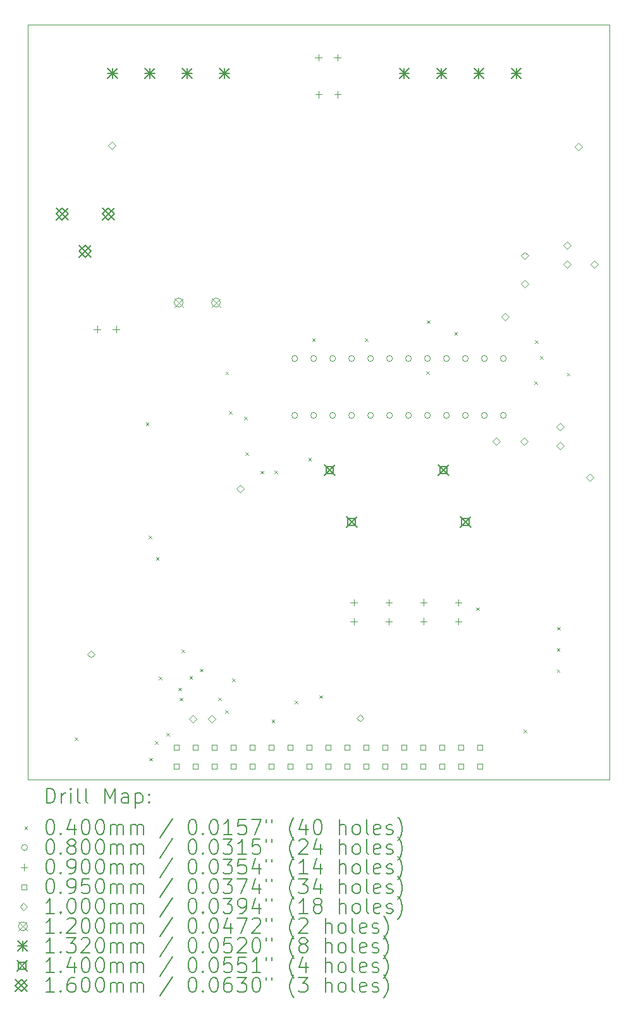
<source format=gbr>
%TF.GenerationSoftware,KiCad,Pcbnew,6.0.7-f9a2dced07~116~ubuntu20.04.1*%
%TF.CreationDate,2022-08-19T20:43:40+02:00*%
%TF.ProjectId,sboxnet-booster,73626f78-6e65-4742-9d62-6f6f73746572,rev?*%
%TF.SameCoordinates,Original*%
%TF.FileFunction,Drillmap*%
%TF.FilePolarity,Positive*%
%FSLAX45Y45*%
G04 Gerber Fmt 4.5, Leading zero omitted, Abs format (unit mm)*
G04 Created by KiCad (PCBNEW 6.0.7-f9a2dced07~116~ubuntu20.04.1) date 2022-08-19 20:43:40*
%MOMM*%
%LPD*%
G01*
G04 APERTURE LIST*
%ADD10C,0.050000*%
%ADD11C,0.200000*%
%ADD12C,0.040000*%
%ADD13C,0.080000*%
%ADD14C,0.090000*%
%ADD15C,0.095000*%
%ADD16C,0.100000*%
%ADD17C,0.120000*%
%ADD18C,0.132000*%
%ADD19C,0.140000*%
%ADD20C,0.160000*%
G04 APERTURE END LIST*
D10*
X5822400Y-5416550D02*
X13611000Y-5416550D01*
X13611000Y-5416550D02*
X13611000Y-15527450D01*
X13611000Y-15527450D02*
X5822400Y-15527450D01*
X5822400Y-15527450D02*
X5822400Y-5416550D01*
D11*
D12*
X6450000Y-14960000D02*
X6490000Y-15000000D01*
X6490000Y-14960000D02*
X6450000Y-15000000D01*
X7405625Y-10745625D02*
X7445625Y-10785625D01*
X7445625Y-10745625D02*
X7405625Y-10785625D01*
X7442500Y-12260000D02*
X7482500Y-12300000D01*
X7482500Y-12260000D02*
X7442500Y-12300000D01*
X7450000Y-15235000D02*
X7490000Y-15275000D01*
X7490000Y-15235000D02*
X7450000Y-15275000D01*
X7530000Y-15010000D02*
X7570000Y-15050000D01*
X7570000Y-15010000D02*
X7530000Y-15050000D01*
X7540000Y-12545000D02*
X7580000Y-12585000D01*
X7580000Y-12545000D02*
X7540000Y-12585000D01*
X7580000Y-14145000D02*
X7620000Y-14185000D01*
X7620000Y-14145000D02*
X7580000Y-14185000D01*
X7680000Y-14900000D02*
X7720000Y-14940000D01*
X7720000Y-14900000D02*
X7680000Y-14940000D01*
X7840000Y-14295000D02*
X7880000Y-14335000D01*
X7880000Y-14295000D02*
X7840000Y-14335000D01*
X7860000Y-14430000D02*
X7900000Y-14470000D01*
X7900000Y-14430000D02*
X7860000Y-14470000D01*
X7885000Y-13780000D02*
X7925000Y-13820000D01*
X7925000Y-13780000D02*
X7885000Y-13820000D01*
X7990000Y-14135000D02*
X8030000Y-14175000D01*
X8030000Y-14135000D02*
X7990000Y-14175000D01*
X8130000Y-14040000D02*
X8170000Y-14080000D01*
X8170000Y-14040000D02*
X8130000Y-14080000D01*
X8375000Y-14425000D02*
X8415000Y-14465000D01*
X8415000Y-14425000D02*
X8375000Y-14465000D01*
X8470000Y-14595000D02*
X8510000Y-14635000D01*
X8510000Y-14595000D02*
X8470000Y-14635000D01*
X8471250Y-10061250D02*
X8511250Y-10101250D01*
X8511250Y-10061250D02*
X8471250Y-10101250D01*
X8520000Y-10590000D02*
X8560000Y-10630000D01*
X8560000Y-10590000D02*
X8520000Y-10630000D01*
X8560000Y-14170000D02*
X8600000Y-14210000D01*
X8600000Y-14170000D02*
X8560000Y-14210000D01*
X8725000Y-10665000D02*
X8765000Y-10705000D01*
X8765000Y-10665000D02*
X8725000Y-10705000D01*
X8741250Y-11138750D02*
X8781250Y-11178750D01*
X8781250Y-11138750D02*
X8741250Y-11178750D01*
X8940000Y-11390000D02*
X8980000Y-11430000D01*
X8980000Y-11390000D02*
X8940000Y-11430000D01*
X9090000Y-14720000D02*
X9130000Y-14760000D01*
X9130000Y-14720000D02*
X9090000Y-14760000D01*
X9127500Y-11387500D02*
X9167500Y-11427500D01*
X9167500Y-11387500D02*
X9127500Y-11427500D01*
X9400000Y-14465000D02*
X9440000Y-14505000D01*
X9440000Y-14465000D02*
X9400000Y-14505000D01*
X9582500Y-11215000D02*
X9622500Y-11255000D01*
X9622500Y-11215000D02*
X9582500Y-11255000D01*
X9631500Y-9614000D02*
X9671500Y-9654000D01*
X9671500Y-9614000D02*
X9631500Y-9654000D01*
X9730000Y-14395000D02*
X9770000Y-14435000D01*
X9770000Y-14395000D02*
X9730000Y-14435000D01*
X10338000Y-9614000D02*
X10378000Y-9654000D01*
X10378000Y-9614000D02*
X10338000Y-9654000D01*
X11157500Y-10058500D02*
X11197500Y-10098500D01*
X11197500Y-10058500D02*
X11157500Y-10098500D01*
X11167500Y-9375000D02*
X11207500Y-9415000D01*
X11207500Y-9375000D02*
X11167500Y-9415000D01*
X11537000Y-9530400D02*
X11577000Y-9570400D01*
X11577000Y-9530400D02*
X11537000Y-9570400D01*
X11830000Y-13220000D02*
X11870000Y-13260000D01*
X11870000Y-13220000D02*
X11830000Y-13260000D01*
X12465000Y-14859000D02*
X12505000Y-14899000D01*
X12505000Y-14859000D02*
X12465000Y-14899000D01*
X12610000Y-10193000D02*
X12650000Y-10233000D01*
X12650000Y-10193000D02*
X12610000Y-10233000D01*
X12615000Y-9640000D02*
X12655000Y-9680000D01*
X12655000Y-9640000D02*
X12615000Y-9680000D01*
X12685000Y-9855000D02*
X12725000Y-9895000D01*
X12725000Y-9855000D02*
X12685000Y-9895000D01*
X12910000Y-13765750D02*
X12950000Y-13805750D01*
X12950000Y-13765750D02*
X12910000Y-13805750D01*
X12910000Y-14049250D02*
X12950000Y-14089250D01*
X12950000Y-14049250D02*
X12910000Y-14089250D01*
X12915000Y-13480750D02*
X12955000Y-13520750D01*
X12955000Y-13480750D02*
X12915000Y-13520750D01*
X13045000Y-10077500D02*
X13085000Y-10117500D01*
X13085000Y-10077500D02*
X13045000Y-10117500D01*
D13*
X9439500Y-9886000D02*
G75*
G03*
X9439500Y-9886000I-40000J0D01*
G01*
X9439500Y-10648000D02*
G75*
G03*
X9439500Y-10648000I-40000J0D01*
G01*
X9693500Y-9886000D02*
G75*
G03*
X9693500Y-9886000I-40000J0D01*
G01*
X9693500Y-10648000D02*
G75*
G03*
X9693500Y-10648000I-40000J0D01*
G01*
X9947500Y-9886000D02*
G75*
G03*
X9947500Y-9886000I-40000J0D01*
G01*
X9947500Y-10648000D02*
G75*
G03*
X9947500Y-10648000I-40000J0D01*
G01*
X10201500Y-9886000D02*
G75*
G03*
X10201500Y-9886000I-40000J0D01*
G01*
X10201500Y-10648000D02*
G75*
G03*
X10201500Y-10648000I-40000J0D01*
G01*
X10455500Y-9886000D02*
G75*
G03*
X10455500Y-9886000I-40000J0D01*
G01*
X10455500Y-10648000D02*
G75*
G03*
X10455500Y-10648000I-40000J0D01*
G01*
X10709500Y-9886000D02*
G75*
G03*
X10709500Y-9886000I-40000J0D01*
G01*
X10709500Y-10648000D02*
G75*
G03*
X10709500Y-10648000I-40000J0D01*
G01*
X10963500Y-9886000D02*
G75*
G03*
X10963500Y-9886000I-40000J0D01*
G01*
X10963500Y-10648000D02*
G75*
G03*
X10963500Y-10648000I-40000J0D01*
G01*
X11217500Y-9886000D02*
G75*
G03*
X11217500Y-9886000I-40000J0D01*
G01*
X11217500Y-10648000D02*
G75*
G03*
X11217500Y-10648000I-40000J0D01*
G01*
X11471500Y-9886000D02*
G75*
G03*
X11471500Y-9886000I-40000J0D01*
G01*
X11471500Y-10648000D02*
G75*
G03*
X11471500Y-10648000I-40000J0D01*
G01*
X11725500Y-9886000D02*
G75*
G03*
X11725500Y-9886000I-40000J0D01*
G01*
X11725500Y-10648000D02*
G75*
G03*
X11725500Y-10648000I-40000J0D01*
G01*
X11979500Y-9886000D02*
G75*
G03*
X11979500Y-9886000I-40000J0D01*
G01*
X11979500Y-10648000D02*
G75*
G03*
X11979500Y-10648000I-40000J0D01*
G01*
X12233500Y-9886000D02*
G75*
G03*
X12233500Y-9886000I-40000J0D01*
G01*
X12233500Y-10648000D02*
G75*
G03*
X12233500Y-10648000I-40000J0D01*
G01*
D14*
X6753500Y-9450000D02*
X6753500Y-9540000D01*
X6708500Y-9495000D02*
X6798500Y-9495000D01*
X7007500Y-9450000D02*
X7007500Y-9540000D01*
X6962500Y-9495000D02*
X7052500Y-9495000D01*
X9717500Y-5810000D02*
X9717500Y-5900000D01*
X9672500Y-5855000D02*
X9762500Y-5855000D01*
X9721000Y-6305000D02*
X9721000Y-6395000D01*
X9676000Y-6350000D02*
X9766000Y-6350000D01*
X9971500Y-5810000D02*
X9971500Y-5900000D01*
X9926500Y-5855000D02*
X10016500Y-5855000D01*
X9975000Y-6305000D02*
X9975000Y-6395000D01*
X9930000Y-6350000D02*
X10020000Y-6350000D01*
X10190000Y-13108500D02*
X10190000Y-13198500D01*
X10145000Y-13153500D02*
X10235000Y-13153500D01*
X10190000Y-13362500D02*
X10190000Y-13452500D01*
X10145000Y-13407500D02*
X10235000Y-13407500D01*
X10660000Y-13108500D02*
X10660000Y-13198500D01*
X10615000Y-13153500D02*
X10705000Y-13153500D01*
X10660000Y-13362500D02*
X10660000Y-13452500D01*
X10615000Y-13407500D02*
X10705000Y-13407500D01*
X11125000Y-13106000D02*
X11125000Y-13196000D01*
X11080000Y-13151000D02*
X11170000Y-13151000D01*
X11125000Y-13360000D02*
X11125000Y-13450000D01*
X11080000Y-13405000D02*
X11170000Y-13405000D01*
X11590000Y-13108500D02*
X11590000Y-13198500D01*
X11545000Y-13153500D02*
X11635000Y-13153500D01*
X11590000Y-13362500D02*
X11590000Y-13452500D01*
X11545000Y-13407500D02*
X11635000Y-13407500D01*
D15*
X7850588Y-15123588D02*
X7850588Y-15056412D01*
X7783412Y-15056412D01*
X7783412Y-15123588D01*
X7850588Y-15123588D01*
X7850588Y-15377588D02*
X7850588Y-15310412D01*
X7783412Y-15310412D01*
X7783412Y-15377588D01*
X7850588Y-15377588D01*
X8104588Y-15123588D02*
X8104588Y-15056412D01*
X8037412Y-15056412D01*
X8037412Y-15123588D01*
X8104588Y-15123588D01*
X8104588Y-15377588D02*
X8104588Y-15310412D01*
X8037412Y-15310412D01*
X8037412Y-15377588D01*
X8104588Y-15377588D01*
X8358588Y-15123588D02*
X8358588Y-15056412D01*
X8291412Y-15056412D01*
X8291412Y-15123588D01*
X8358588Y-15123588D01*
X8358588Y-15377588D02*
X8358588Y-15310412D01*
X8291412Y-15310412D01*
X8291412Y-15377588D01*
X8358588Y-15377588D01*
X8612588Y-15123588D02*
X8612588Y-15056412D01*
X8545412Y-15056412D01*
X8545412Y-15123588D01*
X8612588Y-15123588D01*
X8612588Y-15377588D02*
X8612588Y-15310412D01*
X8545412Y-15310412D01*
X8545412Y-15377588D01*
X8612588Y-15377588D01*
X8866588Y-15123588D02*
X8866588Y-15056412D01*
X8799412Y-15056412D01*
X8799412Y-15123588D01*
X8866588Y-15123588D01*
X8866588Y-15377588D02*
X8866588Y-15310412D01*
X8799412Y-15310412D01*
X8799412Y-15377588D01*
X8866588Y-15377588D01*
X9120588Y-15123588D02*
X9120588Y-15056412D01*
X9053412Y-15056412D01*
X9053412Y-15123588D01*
X9120588Y-15123588D01*
X9120588Y-15377588D02*
X9120588Y-15310412D01*
X9053412Y-15310412D01*
X9053412Y-15377588D01*
X9120588Y-15377588D01*
X9374588Y-15123588D02*
X9374588Y-15056412D01*
X9307412Y-15056412D01*
X9307412Y-15123588D01*
X9374588Y-15123588D01*
X9374588Y-15377588D02*
X9374588Y-15310412D01*
X9307412Y-15310412D01*
X9307412Y-15377588D01*
X9374588Y-15377588D01*
X9628588Y-15123588D02*
X9628588Y-15056412D01*
X9561412Y-15056412D01*
X9561412Y-15123588D01*
X9628588Y-15123588D01*
X9628588Y-15377588D02*
X9628588Y-15310412D01*
X9561412Y-15310412D01*
X9561412Y-15377588D01*
X9628588Y-15377588D01*
X9882588Y-15123588D02*
X9882588Y-15056412D01*
X9815412Y-15056412D01*
X9815412Y-15123588D01*
X9882588Y-15123588D01*
X9882588Y-15377588D02*
X9882588Y-15310412D01*
X9815412Y-15310412D01*
X9815412Y-15377588D01*
X9882588Y-15377588D01*
X10136588Y-15123588D02*
X10136588Y-15056412D01*
X10069412Y-15056412D01*
X10069412Y-15123588D01*
X10136588Y-15123588D01*
X10136588Y-15377588D02*
X10136588Y-15310412D01*
X10069412Y-15310412D01*
X10069412Y-15377588D01*
X10136588Y-15377588D01*
X10390588Y-15123588D02*
X10390588Y-15056412D01*
X10323412Y-15056412D01*
X10323412Y-15123588D01*
X10390588Y-15123588D01*
X10390588Y-15377588D02*
X10390588Y-15310412D01*
X10323412Y-15310412D01*
X10323412Y-15377588D01*
X10390588Y-15377588D01*
X10644588Y-15123588D02*
X10644588Y-15056412D01*
X10577412Y-15056412D01*
X10577412Y-15123588D01*
X10644588Y-15123588D01*
X10644588Y-15377588D02*
X10644588Y-15310412D01*
X10577412Y-15310412D01*
X10577412Y-15377588D01*
X10644588Y-15377588D01*
X10898588Y-15123588D02*
X10898588Y-15056412D01*
X10831412Y-15056412D01*
X10831412Y-15123588D01*
X10898588Y-15123588D01*
X10898588Y-15377588D02*
X10898588Y-15310412D01*
X10831412Y-15310412D01*
X10831412Y-15377588D01*
X10898588Y-15377588D01*
X11152588Y-15123588D02*
X11152588Y-15056412D01*
X11085412Y-15056412D01*
X11085412Y-15123588D01*
X11152588Y-15123588D01*
X11152588Y-15377588D02*
X11152588Y-15310412D01*
X11085412Y-15310412D01*
X11085412Y-15377588D01*
X11152588Y-15377588D01*
X11406588Y-15123588D02*
X11406588Y-15056412D01*
X11339412Y-15056412D01*
X11339412Y-15123588D01*
X11406588Y-15123588D01*
X11406588Y-15377588D02*
X11406588Y-15310412D01*
X11339412Y-15310412D01*
X11339412Y-15377588D01*
X11406588Y-15377588D01*
X11660588Y-15123588D02*
X11660588Y-15056412D01*
X11593412Y-15056412D01*
X11593412Y-15123588D01*
X11660588Y-15123588D01*
X11660588Y-15377588D02*
X11660588Y-15310412D01*
X11593412Y-15310412D01*
X11593412Y-15377588D01*
X11660588Y-15377588D01*
X11914588Y-15123588D02*
X11914588Y-15056412D01*
X11847412Y-15056412D01*
X11847412Y-15123588D01*
X11914588Y-15123588D01*
X11914588Y-15377588D02*
X11914588Y-15310412D01*
X11847412Y-15310412D01*
X11847412Y-15377588D01*
X11914588Y-15377588D01*
D16*
X6670000Y-13895000D02*
X6720000Y-13845000D01*
X6670000Y-13795000D01*
X6620000Y-13845000D01*
X6670000Y-13895000D01*
X6950000Y-7085000D02*
X7000000Y-7035000D01*
X6950000Y-6985000D01*
X6900000Y-7035000D01*
X6950000Y-7085000D01*
X8037500Y-14765000D02*
X8087500Y-14715000D01*
X8037500Y-14665000D01*
X7987500Y-14715000D01*
X8037500Y-14765000D01*
X8291500Y-14765000D02*
X8341500Y-14715000D01*
X8291500Y-14665000D01*
X8241500Y-14715000D01*
X8291500Y-14765000D01*
X8670000Y-11680000D02*
X8720000Y-11630000D01*
X8670000Y-11580000D01*
X8620000Y-11630000D01*
X8670000Y-11680000D01*
X10275000Y-14750000D02*
X10325000Y-14700000D01*
X10275000Y-14650000D01*
X10225000Y-14700000D01*
X10275000Y-14750000D01*
X12100000Y-11048200D02*
X12150000Y-10998200D01*
X12100000Y-10948200D01*
X12050000Y-10998200D01*
X12100000Y-11048200D01*
X12221000Y-9375000D02*
X12271000Y-9325000D01*
X12221000Y-9275000D01*
X12171000Y-9325000D01*
X12221000Y-9375000D01*
X12475000Y-11048200D02*
X12525000Y-10998200D01*
X12475000Y-10948200D01*
X12425000Y-10998200D01*
X12475000Y-11048200D01*
X12480000Y-8560000D02*
X12530000Y-8510000D01*
X12480000Y-8460000D01*
X12430000Y-8510000D01*
X12480000Y-8560000D01*
X12480000Y-8940000D02*
X12530000Y-8890000D01*
X12480000Y-8840000D01*
X12430000Y-8890000D01*
X12480000Y-8940000D01*
X12955000Y-10853500D02*
X13005000Y-10803500D01*
X12955000Y-10753500D01*
X12905000Y-10803500D01*
X12955000Y-10853500D01*
X12955000Y-11107500D02*
X13005000Y-11057500D01*
X12955000Y-11007500D01*
X12905000Y-11057500D01*
X12955000Y-11107500D01*
X13049000Y-8421000D02*
X13099000Y-8371000D01*
X13049000Y-8321000D01*
X12999000Y-8371000D01*
X13049000Y-8421000D01*
X13049000Y-8675000D02*
X13099000Y-8625000D01*
X13049000Y-8575000D01*
X12999000Y-8625000D01*
X13049000Y-8675000D01*
X13200000Y-7100000D02*
X13250000Y-7050000D01*
X13200000Y-7000000D01*
X13150000Y-7050000D01*
X13200000Y-7100000D01*
X13355000Y-11525000D02*
X13405000Y-11475000D01*
X13355000Y-11425000D01*
X13305000Y-11475000D01*
X13355000Y-11525000D01*
X13410000Y-8675000D02*
X13460000Y-8625000D01*
X13410000Y-8575000D01*
X13360000Y-8625000D01*
X13410000Y-8675000D01*
D17*
X7785396Y-9078000D02*
X7905396Y-9198000D01*
X7905396Y-9078000D02*
X7785396Y-9198000D01*
X7905396Y-9138000D02*
G75*
G03*
X7905396Y-9138000I-60000J0D01*
G01*
X8285396Y-9078000D02*
X8405396Y-9198000D01*
X8405396Y-9078000D02*
X8285396Y-9198000D01*
X8405396Y-9138000D02*
G75*
G03*
X8405396Y-9138000I-60000J0D01*
G01*
D18*
X6894000Y-6004000D02*
X7026000Y-6136000D01*
X7026000Y-6004000D02*
X6894000Y-6136000D01*
X6960000Y-6004000D02*
X6960000Y-6136000D01*
X6894000Y-6070000D02*
X7026000Y-6070000D01*
X7394000Y-6004000D02*
X7526000Y-6136000D01*
X7526000Y-6004000D02*
X7394000Y-6136000D01*
X7460000Y-6004000D02*
X7460000Y-6136000D01*
X7394000Y-6070000D02*
X7526000Y-6070000D01*
X7894000Y-6004000D02*
X8026000Y-6136000D01*
X8026000Y-6004000D02*
X7894000Y-6136000D01*
X7960000Y-6004000D02*
X7960000Y-6136000D01*
X7894000Y-6070000D02*
X8026000Y-6070000D01*
X8394000Y-6004000D02*
X8526000Y-6136000D01*
X8526000Y-6004000D02*
X8394000Y-6136000D01*
X8460000Y-6004000D02*
X8460000Y-6136000D01*
X8394000Y-6070000D02*
X8526000Y-6070000D01*
X10800000Y-6004000D02*
X10932000Y-6136000D01*
X10932000Y-6004000D02*
X10800000Y-6136000D01*
X10866000Y-6004000D02*
X10866000Y-6136000D01*
X10800000Y-6070000D02*
X10932000Y-6070000D01*
X11300000Y-6004000D02*
X11432000Y-6136000D01*
X11432000Y-6004000D02*
X11300000Y-6136000D01*
X11366000Y-6004000D02*
X11366000Y-6136000D01*
X11300000Y-6070000D02*
X11432000Y-6070000D01*
X11800000Y-6004000D02*
X11932000Y-6136000D01*
X11932000Y-6004000D02*
X11800000Y-6136000D01*
X11866000Y-6004000D02*
X11866000Y-6136000D01*
X11800000Y-6070000D02*
X11932000Y-6070000D01*
X12300000Y-6004000D02*
X12432000Y-6136000D01*
X12432000Y-6004000D02*
X12300000Y-6136000D01*
X12366000Y-6004000D02*
X12366000Y-6136000D01*
X12300000Y-6070000D02*
X12432000Y-6070000D01*
D19*
X9798000Y-11310000D02*
X9938000Y-11450000D01*
X9938000Y-11310000D02*
X9798000Y-11450000D01*
X9917498Y-11429498D02*
X9917498Y-11330502D01*
X9818502Y-11330502D01*
X9818502Y-11429498D01*
X9917498Y-11429498D01*
X10093000Y-12005000D02*
X10233000Y-12145000D01*
X10233000Y-12005000D02*
X10093000Y-12145000D01*
X10212498Y-12124498D02*
X10212498Y-12025502D01*
X10113502Y-12025502D01*
X10113502Y-12124498D01*
X10212498Y-12124498D01*
X11322000Y-11310000D02*
X11462000Y-11450000D01*
X11462000Y-11310000D02*
X11322000Y-11450000D01*
X11441498Y-11429498D02*
X11441498Y-11330502D01*
X11342502Y-11330502D01*
X11342502Y-11429498D01*
X11441498Y-11429498D01*
X11617000Y-12005000D02*
X11757000Y-12145000D01*
X11757000Y-12005000D02*
X11617000Y-12145000D01*
X11736498Y-12124498D02*
X11736498Y-12025502D01*
X11637502Y-12025502D01*
X11637502Y-12124498D01*
X11736498Y-12124498D01*
D20*
X6203000Y-7868000D02*
X6363000Y-8028000D01*
X6363000Y-7868000D02*
X6203000Y-8028000D01*
X6283000Y-8028000D02*
X6363000Y-7948000D01*
X6283000Y-7868000D01*
X6203000Y-7948000D01*
X6283000Y-8028000D01*
X6513000Y-8368000D02*
X6673000Y-8528000D01*
X6673000Y-8368000D02*
X6513000Y-8528000D01*
X6593000Y-8528000D02*
X6673000Y-8448000D01*
X6593000Y-8368000D01*
X6513000Y-8448000D01*
X6593000Y-8528000D01*
X6823000Y-7868000D02*
X6983000Y-8028000D01*
X6983000Y-7868000D02*
X6823000Y-8028000D01*
X6903000Y-8028000D02*
X6983000Y-7948000D01*
X6903000Y-7868000D01*
X6823000Y-7948000D01*
X6903000Y-8028000D01*
D11*
X6077519Y-15840426D02*
X6077519Y-15640426D01*
X6125138Y-15640426D01*
X6153709Y-15649950D01*
X6172757Y-15668998D01*
X6182281Y-15688045D01*
X6191805Y-15726140D01*
X6191805Y-15754712D01*
X6182281Y-15792807D01*
X6172757Y-15811855D01*
X6153709Y-15830902D01*
X6125138Y-15840426D01*
X6077519Y-15840426D01*
X6277519Y-15840426D02*
X6277519Y-15707093D01*
X6277519Y-15745188D02*
X6287043Y-15726140D01*
X6296567Y-15716617D01*
X6315614Y-15707093D01*
X6334662Y-15707093D01*
X6401328Y-15840426D02*
X6401328Y-15707093D01*
X6401328Y-15640426D02*
X6391805Y-15649950D01*
X6401328Y-15659474D01*
X6410852Y-15649950D01*
X6401328Y-15640426D01*
X6401328Y-15659474D01*
X6525138Y-15840426D02*
X6506090Y-15830902D01*
X6496567Y-15811855D01*
X6496567Y-15640426D01*
X6629900Y-15840426D02*
X6610852Y-15830902D01*
X6601328Y-15811855D01*
X6601328Y-15640426D01*
X6858471Y-15840426D02*
X6858471Y-15640426D01*
X6925138Y-15783283D01*
X6991805Y-15640426D01*
X6991805Y-15840426D01*
X7172757Y-15840426D02*
X7172757Y-15735664D01*
X7163233Y-15716617D01*
X7144186Y-15707093D01*
X7106090Y-15707093D01*
X7087043Y-15716617D01*
X7172757Y-15830902D02*
X7153709Y-15840426D01*
X7106090Y-15840426D01*
X7087043Y-15830902D01*
X7077519Y-15811855D01*
X7077519Y-15792807D01*
X7087043Y-15773759D01*
X7106090Y-15764236D01*
X7153709Y-15764236D01*
X7172757Y-15754712D01*
X7267995Y-15707093D02*
X7267995Y-15907093D01*
X7267995Y-15716617D02*
X7287043Y-15707093D01*
X7325138Y-15707093D01*
X7344186Y-15716617D01*
X7353709Y-15726140D01*
X7363233Y-15745188D01*
X7363233Y-15802331D01*
X7353709Y-15821378D01*
X7344186Y-15830902D01*
X7325138Y-15840426D01*
X7287043Y-15840426D01*
X7267995Y-15830902D01*
X7448948Y-15821378D02*
X7458471Y-15830902D01*
X7448948Y-15840426D01*
X7439424Y-15830902D01*
X7448948Y-15821378D01*
X7448948Y-15840426D01*
X7448948Y-15716617D02*
X7458471Y-15726140D01*
X7448948Y-15735664D01*
X7439424Y-15726140D01*
X7448948Y-15716617D01*
X7448948Y-15735664D01*
D12*
X5779900Y-16149950D02*
X5819900Y-16189950D01*
X5819900Y-16149950D02*
X5779900Y-16189950D01*
D11*
X6115614Y-16060426D02*
X6134662Y-16060426D01*
X6153709Y-16069950D01*
X6163233Y-16079474D01*
X6172757Y-16098521D01*
X6182281Y-16136617D01*
X6182281Y-16184236D01*
X6172757Y-16222331D01*
X6163233Y-16241378D01*
X6153709Y-16250902D01*
X6134662Y-16260426D01*
X6115614Y-16260426D01*
X6096567Y-16250902D01*
X6087043Y-16241378D01*
X6077519Y-16222331D01*
X6067995Y-16184236D01*
X6067995Y-16136617D01*
X6077519Y-16098521D01*
X6087043Y-16079474D01*
X6096567Y-16069950D01*
X6115614Y-16060426D01*
X6267995Y-16241378D02*
X6277519Y-16250902D01*
X6267995Y-16260426D01*
X6258471Y-16250902D01*
X6267995Y-16241378D01*
X6267995Y-16260426D01*
X6448948Y-16127093D02*
X6448948Y-16260426D01*
X6401328Y-16050902D02*
X6353709Y-16193759D01*
X6477519Y-16193759D01*
X6591805Y-16060426D02*
X6610852Y-16060426D01*
X6629900Y-16069950D01*
X6639424Y-16079474D01*
X6648948Y-16098521D01*
X6658471Y-16136617D01*
X6658471Y-16184236D01*
X6648948Y-16222331D01*
X6639424Y-16241378D01*
X6629900Y-16250902D01*
X6610852Y-16260426D01*
X6591805Y-16260426D01*
X6572757Y-16250902D01*
X6563233Y-16241378D01*
X6553709Y-16222331D01*
X6544186Y-16184236D01*
X6544186Y-16136617D01*
X6553709Y-16098521D01*
X6563233Y-16079474D01*
X6572757Y-16069950D01*
X6591805Y-16060426D01*
X6782281Y-16060426D02*
X6801328Y-16060426D01*
X6820376Y-16069950D01*
X6829900Y-16079474D01*
X6839424Y-16098521D01*
X6848948Y-16136617D01*
X6848948Y-16184236D01*
X6839424Y-16222331D01*
X6829900Y-16241378D01*
X6820376Y-16250902D01*
X6801328Y-16260426D01*
X6782281Y-16260426D01*
X6763233Y-16250902D01*
X6753709Y-16241378D01*
X6744186Y-16222331D01*
X6734662Y-16184236D01*
X6734662Y-16136617D01*
X6744186Y-16098521D01*
X6753709Y-16079474D01*
X6763233Y-16069950D01*
X6782281Y-16060426D01*
X6934662Y-16260426D02*
X6934662Y-16127093D01*
X6934662Y-16146140D02*
X6944186Y-16136617D01*
X6963233Y-16127093D01*
X6991805Y-16127093D01*
X7010852Y-16136617D01*
X7020376Y-16155664D01*
X7020376Y-16260426D01*
X7020376Y-16155664D02*
X7029900Y-16136617D01*
X7048948Y-16127093D01*
X7077519Y-16127093D01*
X7096567Y-16136617D01*
X7106090Y-16155664D01*
X7106090Y-16260426D01*
X7201328Y-16260426D02*
X7201328Y-16127093D01*
X7201328Y-16146140D02*
X7210852Y-16136617D01*
X7229900Y-16127093D01*
X7258471Y-16127093D01*
X7277519Y-16136617D01*
X7287043Y-16155664D01*
X7287043Y-16260426D01*
X7287043Y-16155664D02*
X7296567Y-16136617D01*
X7315614Y-16127093D01*
X7344186Y-16127093D01*
X7363233Y-16136617D01*
X7372757Y-16155664D01*
X7372757Y-16260426D01*
X7763233Y-16050902D02*
X7591805Y-16308045D01*
X8020376Y-16060426D02*
X8039424Y-16060426D01*
X8058471Y-16069950D01*
X8067995Y-16079474D01*
X8077519Y-16098521D01*
X8087043Y-16136617D01*
X8087043Y-16184236D01*
X8077519Y-16222331D01*
X8067995Y-16241378D01*
X8058471Y-16250902D01*
X8039424Y-16260426D01*
X8020376Y-16260426D01*
X8001328Y-16250902D01*
X7991805Y-16241378D01*
X7982281Y-16222331D01*
X7972757Y-16184236D01*
X7972757Y-16136617D01*
X7982281Y-16098521D01*
X7991805Y-16079474D01*
X8001328Y-16069950D01*
X8020376Y-16060426D01*
X8172757Y-16241378D02*
X8182281Y-16250902D01*
X8172757Y-16260426D01*
X8163233Y-16250902D01*
X8172757Y-16241378D01*
X8172757Y-16260426D01*
X8306090Y-16060426D02*
X8325138Y-16060426D01*
X8344186Y-16069950D01*
X8353709Y-16079474D01*
X8363233Y-16098521D01*
X8372757Y-16136617D01*
X8372757Y-16184236D01*
X8363233Y-16222331D01*
X8353709Y-16241378D01*
X8344186Y-16250902D01*
X8325138Y-16260426D01*
X8306090Y-16260426D01*
X8287043Y-16250902D01*
X8277519Y-16241378D01*
X8267995Y-16222331D01*
X8258471Y-16184236D01*
X8258471Y-16136617D01*
X8267995Y-16098521D01*
X8277519Y-16079474D01*
X8287043Y-16069950D01*
X8306090Y-16060426D01*
X8563233Y-16260426D02*
X8448948Y-16260426D01*
X8506090Y-16260426D02*
X8506090Y-16060426D01*
X8487043Y-16088998D01*
X8467995Y-16108045D01*
X8448948Y-16117569D01*
X8744186Y-16060426D02*
X8648948Y-16060426D01*
X8639424Y-16155664D01*
X8648948Y-16146140D01*
X8667995Y-16136617D01*
X8715614Y-16136617D01*
X8734662Y-16146140D01*
X8744186Y-16155664D01*
X8753710Y-16174712D01*
X8753710Y-16222331D01*
X8744186Y-16241378D01*
X8734662Y-16250902D01*
X8715614Y-16260426D01*
X8667995Y-16260426D01*
X8648948Y-16250902D01*
X8639424Y-16241378D01*
X8820376Y-16060426D02*
X8953710Y-16060426D01*
X8867995Y-16260426D01*
X9020376Y-16060426D02*
X9020376Y-16098521D01*
X9096567Y-16060426D02*
X9096567Y-16098521D01*
X9391805Y-16336617D02*
X9382281Y-16327093D01*
X9363233Y-16298521D01*
X9353710Y-16279474D01*
X9344186Y-16250902D01*
X9334662Y-16203283D01*
X9334662Y-16165188D01*
X9344186Y-16117569D01*
X9353710Y-16088998D01*
X9363233Y-16069950D01*
X9382281Y-16041378D01*
X9391805Y-16031855D01*
X9553710Y-16127093D02*
X9553710Y-16260426D01*
X9506090Y-16050902D02*
X9458471Y-16193759D01*
X9582281Y-16193759D01*
X9696567Y-16060426D02*
X9715614Y-16060426D01*
X9734662Y-16069950D01*
X9744186Y-16079474D01*
X9753710Y-16098521D01*
X9763233Y-16136617D01*
X9763233Y-16184236D01*
X9753710Y-16222331D01*
X9744186Y-16241378D01*
X9734662Y-16250902D01*
X9715614Y-16260426D01*
X9696567Y-16260426D01*
X9677519Y-16250902D01*
X9667995Y-16241378D01*
X9658471Y-16222331D01*
X9648948Y-16184236D01*
X9648948Y-16136617D01*
X9658471Y-16098521D01*
X9667995Y-16079474D01*
X9677519Y-16069950D01*
X9696567Y-16060426D01*
X10001329Y-16260426D02*
X10001329Y-16060426D01*
X10087043Y-16260426D02*
X10087043Y-16155664D01*
X10077519Y-16136617D01*
X10058471Y-16127093D01*
X10029900Y-16127093D01*
X10010852Y-16136617D01*
X10001329Y-16146140D01*
X10210852Y-16260426D02*
X10191805Y-16250902D01*
X10182281Y-16241378D01*
X10172757Y-16222331D01*
X10172757Y-16165188D01*
X10182281Y-16146140D01*
X10191805Y-16136617D01*
X10210852Y-16127093D01*
X10239424Y-16127093D01*
X10258471Y-16136617D01*
X10267995Y-16146140D01*
X10277519Y-16165188D01*
X10277519Y-16222331D01*
X10267995Y-16241378D01*
X10258471Y-16250902D01*
X10239424Y-16260426D01*
X10210852Y-16260426D01*
X10391805Y-16260426D02*
X10372757Y-16250902D01*
X10363233Y-16231855D01*
X10363233Y-16060426D01*
X10544186Y-16250902D02*
X10525138Y-16260426D01*
X10487043Y-16260426D01*
X10467995Y-16250902D01*
X10458471Y-16231855D01*
X10458471Y-16155664D01*
X10467995Y-16136617D01*
X10487043Y-16127093D01*
X10525138Y-16127093D01*
X10544186Y-16136617D01*
X10553710Y-16155664D01*
X10553710Y-16174712D01*
X10458471Y-16193759D01*
X10629900Y-16250902D02*
X10648948Y-16260426D01*
X10687043Y-16260426D01*
X10706090Y-16250902D01*
X10715614Y-16231855D01*
X10715614Y-16222331D01*
X10706090Y-16203283D01*
X10687043Y-16193759D01*
X10658471Y-16193759D01*
X10639424Y-16184236D01*
X10629900Y-16165188D01*
X10629900Y-16155664D01*
X10639424Y-16136617D01*
X10658471Y-16127093D01*
X10687043Y-16127093D01*
X10706090Y-16136617D01*
X10782281Y-16336617D02*
X10791805Y-16327093D01*
X10810852Y-16298521D01*
X10820376Y-16279474D01*
X10829900Y-16250902D01*
X10839424Y-16203283D01*
X10839424Y-16165188D01*
X10829900Y-16117569D01*
X10820376Y-16088998D01*
X10810852Y-16069950D01*
X10791805Y-16041378D01*
X10782281Y-16031855D01*
D13*
X5819900Y-16433950D02*
G75*
G03*
X5819900Y-16433950I-40000J0D01*
G01*
D11*
X6115614Y-16324426D02*
X6134662Y-16324426D01*
X6153709Y-16333950D01*
X6163233Y-16343474D01*
X6172757Y-16362521D01*
X6182281Y-16400617D01*
X6182281Y-16448236D01*
X6172757Y-16486331D01*
X6163233Y-16505378D01*
X6153709Y-16514902D01*
X6134662Y-16524426D01*
X6115614Y-16524426D01*
X6096567Y-16514902D01*
X6087043Y-16505378D01*
X6077519Y-16486331D01*
X6067995Y-16448236D01*
X6067995Y-16400617D01*
X6077519Y-16362521D01*
X6087043Y-16343474D01*
X6096567Y-16333950D01*
X6115614Y-16324426D01*
X6267995Y-16505378D02*
X6277519Y-16514902D01*
X6267995Y-16524426D01*
X6258471Y-16514902D01*
X6267995Y-16505378D01*
X6267995Y-16524426D01*
X6391805Y-16410140D02*
X6372757Y-16400617D01*
X6363233Y-16391093D01*
X6353709Y-16372045D01*
X6353709Y-16362521D01*
X6363233Y-16343474D01*
X6372757Y-16333950D01*
X6391805Y-16324426D01*
X6429900Y-16324426D01*
X6448948Y-16333950D01*
X6458471Y-16343474D01*
X6467995Y-16362521D01*
X6467995Y-16372045D01*
X6458471Y-16391093D01*
X6448948Y-16400617D01*
X6429900Y-16410140D01*
X6391805Y-16410140D01*
X6372757Y-16419664D01*
X6363233Y-16429188D01*
X6353709Y-16448236D01*
X6353709Y-16486331D01*
X6363233Y-16505378D01*
X6372757Y-16514902D01*
X6391805Y-16524426D01*
X6429900Y-16524426D01*
X6448948Y-16514902D01*
X6458471Y-16505378D01*
X6467995Y-16486331D01*
X6467995Y-16448236D01*
X6458471Y-16429188D01*
X6448948Y-16419664D01*
X6429900Y-16410140D01*
X6591805Y-16324426D02*
X6610852Y-16324426D01*
X6629900Y-16333950D01*
X6639424Y-16343474D01*
X6648948Y-16362521D01*
X6658471Y-16400617D01*
X6658471Y-16448236D01*
X6648948Y-16486331D01*
X6639424Y-16505378D01*
X6629900Y-16514902D01*
X6610852Y-16524426D01*
X6591805Y-16524426D01*
X6572757Y-16514902D01*
X6563233Y-16505378D01*
X6553709Y-16486331D01*
X6544186Y-16448236D01*
X6544186Y-16400617D01*
X6553709Y-16362521D01*
X6563233Y-16343474D01*
X6572757Y-16333950D01*
X6591805Y-16324426D01*
X6782281Y-16324426D02*
X6801328Y-16324426D01*
X6820376Y-16333950D01*
X6829900Y-16343474D01*
X6839424Y-16362521D01*
X6848948Y-16400617D01*
X6848948Y-16448236D01*
X6839424Y-16486331D01*
X6829900Y-16505378D01*
X6820376Y-16514902D01*
X6801328Y-16524426D01*
X6782281Y-16524426D01*
X6763233Y-16514902D01*
X6753709Y-16505378D01*
X6744186Y-16486331D01*
X6734662Y-16448236D01*
X6734662Y-16400617D01*
X6744186Y-16362521D01*
X6753709Y-16343474D01*
X6763233Y-16333950D01*
X6782281Y-16324426D01*
X6934662Y-16524426D02*
X6934662Y-16391093D01*
X6934662Y-16410140D02*
X6944186Y-16400617D01*
X6963233Y-16391093D01*
X6991805Y-16391093D01*
X7010852Y-16400617D01*
X7020376Y-16419664D01*
X7020376Y-16524426D01*
X7020376Y-16419664D02*
X7029900Y-16400617D01*
X7048948Y-16391093D01*
X7077519Y-16391093D01*
X7096567Y-16400617D01*
X7106090Y-16419664D01*
X7106090Y-16524426D01*
X7201328Y-16524426D02*
X7201328Y-16391093D01*
X7201328Y-16410140D02*
X7210852Y-16400617D01*
X7229900Y-16391093D01*
X7258471Y-16391093D01*
X7277519Y-16400617D01*
X7287043Y-16419664D01*
X7287043Y-16524426D01*
X7287043Y-16419664D02*
X7296567Y-16400617D01*
X7315614Y-16391093D01*
X7344186Y-16391093D01*
X7363233Y-16400617D01*
X7372757Y-16419664D01*
X7372757Y-16524426D01*
X7763233Y-16314902D02*
X7591805Y-16572045D01*
X8020376Y-16324426D02*
X8039424Y-16324426D01*
X8058471Y-16333950D01*
X8067995Y-16343474D01*
X8077519Y-16362521D01*
X8087043Y-16400617D01*
X8087043Y-16448236D01*
X8077519Y-16486331D01*
X8067995Y-16505378D01*
X8058471Y-16514902D01*
X8039424Y-16524426D01*
X8020376Y-16524426D01*
X8001328Y-16514902D01*
X7991805Y-16505378D01*
X7982281Y-16486331D01*
X7972757Y-16448236D01*
X7972757Y-16400617D01*
X7982281Y-16362521D01*
X7991805Y-16343474D01*
X8001328Y-16333950D01*
X8020376Y-16324426D01*
X8172757Y-16505378D02*
X8182281Y-16514902D01*
X8172757Y-16524426D01*
X8163233Y-16514902D01*
X8172757Y-16505378D01*
X8172757Y-16524426D01*
X8306090Y-16324426D02*
X8325138Y-16324426D01*
X8344186Y-16333950D01*
X8353709Y-16343474D01*
X8363233Y-16362521D01*
X8372757Y-16400617D01*
X8372757Y-16448236D01*
X8363233Y-16486331D01*
X8353709Y-16505378D01*
X8344186Y-16514902D01*
X8325138Y-16524426D01*
X8306090Y-16524426D01*
X8287043Y-16514902D01*
X8277519Y-16505378D01*
X8267995Y-16486331D01*
X8258471Y-16448236D01*
X8258471Y-16400617D01*
X8267995Y-16362521D01*
X8277519Y-16343474D01*
X8287043Y-16333950D01*
X8306090Y-16324426D01*
X8439424Y-16324426D02*
X8563233Y-16324426D01*
X8496567Y-16400617D01*
X8525138Y-16400617D01*
X8544186Y-16410140D01*
X8553710Y-16419664D01*
X8563233Y-16438712D01*
X8563233Y-16486331D01*
X8553710Y-16505378D01*
X8544186Y-16514902D01*
X8525138Y-16524426D01*
X8467995Y-16524426D01*
X8448948Y-16514902D01*
X8439424Y-16505378D01*
X8753710Y-16524426D02*
X8639424Y-16524426D01*
X8696567Y-16524426D02*
X8696567Y-16324426D01*
X8677519Y-16352998D01*
X8658471Y-16372045D01*
X8639424Y-16381569D01*
X8934662Y-16324426D02*
X8839424Y-16324426D01*
X8829900Y-16419664D01*
X8839424Y-16410140D01*
X8858471Y-16400617D01*
X8906090Y-16400617D01*
X8925138Y-16410140D01*
X8934662Y-16419664D01*
X8944186Y-16438712D01*
X8944186Y-16486331D01*
X8934662Y-16505378D01*
X8925138Y-16514902D01*
X8906090Y-16524426D01*
X8858471Y-16524426D01*
X8839424Y-16514902D01*
X8829900Y-16505378D01*
X9020376Y-16324426D02*
X9020376Y-16362521D01*
X9096567Y-16324426D02*
X9096567Y-16362521D01*
X9391805Y-16600617D02*
X9382281Y-16591093D01*
X9363233Y-16562521D01*
X9353710Y-16543474D01*
X9344186Y-16514902D01*
X9334662Y-16467283D01*
X9334662Y-16429188D01*
X9344186Y-16381569D01*
X9353710Y-16352998D01*
X9363233Y-16333950D01*
X9382281Y-16305378D01*
X9391805Y-16295855D01*
X9458471Y-16343474D02*
X9467995Y-16333950D01*
X9487043Y-16324426D01*
X9534662Y-16324426D01*
X9553710Y-16333950D01*
X9563233Y-16343474D01*
X9572757Y-16362521D01*
X9572757Y-16381569D01*
X9563233Y-16410140D01*
X9448948Y-16524426D01*
X9572757Y-16524426D01*
X9744186Y-16391093D02*
X9744186Y-16524426D01*
X9696567Y-16314902D02*
X9648948Y-16457759D01*
X9772757Y-16457759D01*
X10001329Y-16524426D02*
X10001329Y-16324426D01*
X10087043Y-16524426D02*
X10087043Y-16419664D01*
X10077519Y-16400617D01*
X10058471Y-16391093D01*
X10029900Y-16391093D01*
X10010852Y-16400617D01*
X10001329Y-16410140D01*
X10210852Y-16524426D02*
X10191805Y-16514902D01*
X10182281Y-16505378D01*
X10172757Y-16486331D01*
X10172757Y-16429188D01*
X10182281Y-16410140D01*
X10191805Y-16400617D01*
X10210852Y-16391093D01*
X10239424Y-16391093D01*
X10258471Y-16400617D01*
X10267995Y-16410140D01*
X10277519Y-16429188D01*
X10277519Y-16486331D01*
X10267995Y-16505378D01*
X10258471Y-16514902D01*
X10239424Y-16524426D01*
X10210852Y-16524426D01*
X10391805Y-16524426D02*
X10372757Y-16514902D01*
X10363233Y-16495855D01*
X10363233Y-16324426D01*
X10544186Y-16514902D02*
X10525138Y-16524426D01*
X10487043Y-16524426D01*
X10467995Y-16514902D01*
X10458471Y-16495855D01*
X10458471Y-16419664D01*
X10467995Y-16400617D01*
X10487043Y-16391093D01*
X10525138Y-16391093D01*
X10544186Y-16400617D01*
X10553710Y-16419664D01*
X10553710Y-16438712D01*
X10458471Y-16457759D01*
X10629900Y-16514902D02*
X10648948Y-16524426D01*
X10687043Y-16524426D01*
X10706090Y-16514902D01*
X10715614Y-16495855D01*
X10715614Y-16486331D01*
X10706090Y-16467283D01*
X10687043Y-16457759D01*
X10658471Y-16457759D01*
X10639424Y-16448236D01*
X10629900Y-16429188D01*
X10629900Y-16419664D01*
X10639424Y-16400617D01*
X10658471Y-16391093D01*
X10687043Y-16391093D01*
X10706090Y-16400617D01*
X10782281Y-16600617D02*
X10791805Y-16591093D01*
X10810852Y-16562521D01*
X10820376Y-16543474D01*
X10829900Y-16514902D01*
X10839424Y-16467283D01*
X10839424Y-16429188D01*
X10829900Y-16381569D01*
X10820376Y-16352998D01*
X10810852Y-16333950D01*
X10791805Y-16305378D01*
X10782281Y-16295855D01*
D14*
X5774900Y-16652950D02*
X5774900Y-16742950D01*
X5729900Y-16697950D02*
X5819900Y-16697950D01*
D11*
X6115614Y-16588426D02*
X6134662Y-16588426D01*
X6153709Y-16597950D01*
X6163233Y-16607474D01*
X6172757Y-16626521D01*
X6182281Y-16664617D01*
X6182281Y-16712236D01*
X6172757Y-16750331D01*
X6163233Y-16769378D01*
X6153709Y-16778902D01*
X6134662Y-16788426D01*
X6115614Y-16788426D01*
X6096567Y-16778902D01*
X6087043Y-16769378D01*
X6077519Y-16750331D01*
X6067995Y-16712236D01*
X6067995Y-16664617D01*
X6077519Y-16626521D01*
X6087043Y-16607474D01*
X6096567Y-16597950D01*
X6115614Y-16588426D01*
X6267995Y-16769378D02*
X6277519Y-16778902D01*
X6267995Y-16788426D01*
X6258471Y-16778902D01*
X6267995Y-16769378D01*
X6267995Y-16788426D01*
X6372757Y-16788426D02*
X6410852Y-16788426D01*
X6429900Y-16778902D01*
X6439424Y-16769378D01*
X6458471Y-16740807D01*
X6467995Y-16702712D01*
X6467995Y-16626521D01*
X6458471Y-16607474D01*
X6448948Y-16597950D01*
X6429900Y-16588426D01*
X6391805Y-16588426D01*
X6372757Y-16597950D01*
X6363233Y-16607474D01*
X6353709Y-16626521D01*
X6353709Y-16674140D01*
X6363233Y-16693188D01*
X6372757Y-16702712D01*
X6391805Y-16712236D01*
X6429900Y-16712236D01*
X6448948Y-16702712D01*
X6458471Y-16693188D01*
X6467995Y-16674140D01*
X6591805Y-16588426D02*
X6610852Y-16588426D01*
X6629900Y-16597950D01*
X6639424Y-16607474D01*
X6648948Y-16626521D01*
X6658471Y-16664617D01*
X6658471Y-16712236D01*
X6648948Y-16750331D01*
X6639424Y-16769378D01*
X6629900Y-16778902D01*
X6610852Y-16788426D01*
X6591805Y-16788426D01*
X6572757Y-16778902D01*
X6563233Y-16769378D01*
X6553709Y-16750331D01*
X6544186Y-16712236D01*
X6544186Y-16664617D01*
X6553709Y-16626521D01*
X6563233Y-16607474D01*
X6572757Y-16597950D01*
X6591805Y-16588426D01*
X6782281Y-16588426D02*
X6801328Y-16588426D01*
X6820376Y-16597950D01*
X6829900Y-16607474D01*
X6839424Y-16626521D01*
X6848948Y-16664617D01*
X6848948Y-16712236D01*
X6839424Y-16750331D01*
X6829900Y-16769378D01*
X6820376Y-16778902D01*
X6801328Y-16788426D01*
X6782281Y-16788426D01*
X6763233Y-16778902D01*
X6753709Y-16769378D01*
X6744186Y-16750331D01*
X6734662Y-16712236D01*
X6734662Y-16664617D01*
X6744186Y-16626521D01*
X6753709Y-16607474D01*
X6763233Y-16597950D01*
X6782281Y-16588426D01*
X6934662Y-16788426D02*
X6934662Y-16655093D01*
X6934662Y-16674140D02*
X6944186Y-16664617D01*
X6963233Y-16655093D01*
X6991805Y-16655093D01*
X7010852Y-16664617D01*
X7020376Y-16683664D01*
X7020376Y-16788426D01*
X7020376Y-16683664D02*
X7029900Y-16664617D01*
X7048948Y-16655093D01*
X7077519Y-16655093D01*
X7096567Y-16664617D01*
X7106090Y-16683664D01*
X7106090Y-16788426D01*
X7201328Y-16788426D02*
X7201328Y-16655093D01*
X7201328Y-16674140D02*
X7210852Y-16664617D01*
X7229900Y-16655093D01*
X7258471Y-16655093D01*
X7277519Y-16664617D01*
X7287043Y-16683664D01*
X7287043Y-16788426D01*
X7287043Y-16683664D02*
X7296567Y-16664617D01*
X7315614Y-16655093D01*
X7344186Y-16655093D01*
X7363233Y-16664617D01*
X7372757Y-16683664D01*
X7372757Y-16788426D01*
X7763233Y-16578902D02*
X7591805Y-16836045D01*
X8020376Y-16588426D02*
X8039424Y-16588426D01*
X8058471Y-16597950D01*
X8067995Y-16607474D01*
X8077519Y-16626521D01*
X8087043Y-16664617D01*
X8087043Y-16712236D01*
X8077519Y-16750331D01*
X8067995Y-16769378D01*
X8058471Y-16778902D01*
X8039424Y-16788426D01*
X8020376Y-16788426D01*
X8001328Y-16778902D01*
X7991805Y-16769378D01*
X7982281Y-16750331D01*
X7972757Y-16712236D01*
X7972757Y-16664617D01*
X7982281Y-16626521D01*
X7991805Y-16607474D01*
X8001328Y-16597950D01*
X8020376Y-16588426D01*
X8172757Y-16769378D02*
X8182281Y-16778902D01*
X8172757Y-16788426D01*
X8163233Y-16778902D01*
X8172757Y-16769378D01*
X8172757Y-16788426D01*
X8306090Y-16588426D02*
X8325138Y-16588426D01*
X8344186Y-16597950D01*
X8353709Y-16607474D01*
X8363233Y-16626521D01*
X8372757Y-16664617D01*
X8372757Y-16712236D01*
X8363233Y-16750331D01*
X8353709Y-16769378D01*
X8344186Y-16778902D01*
X8325138Y-16788426D01*
X8306090Y-16788426D01*
X8287043Y-16778902D01*
X8277519Y-16769378D01*
X8267995Y-16750331D01*
X8258471Y-16712236D01*
X8258471Y-16664617D01*
X8267995Y-16626521D01*
X8277519Y-16607474D01*
X8287043Y-16597950D01*
X8306090Y-16588426D01*
X8439424Y-16588426D02*
X8563233Y-16588426D01*
X8496567Y-16664617D01*
X8525138Y-16664617D01*
X8544186Y-16674140D01*
X8553710Y-16683664D01*
X8563233Y-16702712D01*
X8563233Y-16750331D01*
X8553710Y-16769378D01*
X8544186Y-16778902D01*
X8525138Y-16788426D01*
X8467995Y-16788426D01*
X8448948Y-16778902D01*
X8439424Y-16769378D01*
X8744186Y-16588426D02*
X8648948Y-16588426D01*
X8639424Y-16683664D01*
X8648948Y-16674140D01*
X8667995Y-16664617D01*
X8715614Y-16664617D01*
X8734662Y-16674140D01*
X8744186Y-16683664D01*
X8753710Y-16702712D01*
X8753710Y-16750331D01*
X8744186Y-16769378D01*
X8734662Y-16778902D01*
X8715614Y-16788426D01*
X8667995Y-16788426D01*
X8648948Y-16778902D01*
X8639424Y-16769378D01*
X8925138Y-16655093D02*
X8925138Y-16788426D01*
X8877519Y-16578902D02*
X8829900Y-16721759D01*
X8953710Y-16721759D01*
X9020376Y-16588426D02*
X9020376Y-16626521D01*
X9096567Y-16588426D02*
X9096567Y-16626521D01*
X9391805Y-16864617D02*
X9382281Y-16855093D01*
X9363233Y-16826521D01*
X9353710Y-16807474D01*
X9344186Y-16778902D01*
X9334662Y-16731283D01*
X9334662Y-16693188D01*
X9344186Y-16645569D01*
X9353710Y-16616998D01*
X9363233Y-16597950D01*
X9382281Y-16569378D01*
X9391805Y-16559855D01*
X9572757Y-16788426D02*
X9458471Y-16788426D01*
X9515614Y-16788426D02*
X9515614Y-16588426D01*
X9496567Y-16616998D01*
X9477519Y-16636045D01*
X9458471Y-16645569D01*
X9744186Y-16655093D02*
X9744186Y-16788426D01*
X9696567Y-16578902D02*
X9648948Y-16721759D01*
X9772757Y-16721759D01*
X10001329Y-16788426D02*
X10001329Y-16588426D01*
X10087043Y-16788426D02*
X10087043Y-16683664D01*
X10077519Y-16664617D01*
X10058471Y-16655093D01*
X10029900Y-16655093D01*
X10010852Y-16664617D01*
X10001329Y-16674140D01*
X10210852Y-16788426D02*
X10191805Y-16778902D01*
X10182281Y-16769378D01*
X10172757Y-16750331D01*
X10172757Y-16693188D01*
X10182281Y-16674140D01*
X10191805Y-16664617D01*
X10210852Y-16655093D01*
X10239424Y-16655093D01*
X10258471Y-16664617D01*
X10267995Y-16674140D01*
X10277519Y-16693188D01*
X10277519Y-16750331D01*
X10267995Y-16769378D01*
X10258471Y-16778902D01*
X10239424Y-16788426D01*
X10210852Y-16788426D01*
X10391805Y-16788426D02*
X10372757Y-16778902D01*
X10363233Y-16759855D01*
X10363233Y-16588426D01*
X10544186Y-16778902D02*
X10525138Y-16788426D01*
X10487043Y-16788426D01*
X10467995Y-16778902D01*
X10458471Y-16759855D01*
X10458471Y-16683664D01*
X10467995Y-16664617D01*
X10487043Y-16655093D01*
X10525138Y-16655093D01*
X10544186Y-16664617D01*
X10553710Y-16683664D01*
X10553710Y-16702712D01*
X10458471Y-16721759D01*
X10629900Y-16778902D02*
X10648948Y-16788426D01*
X10687043Y-16788426D01*
X10706090Y-16778902D01*
X10715614Y-16759855D01*
X10715614Y-16750331D01*
X10706090Y-16731283D01*
X10687043Y-16721759D01*
X10658471Y-16721759D01*
X10639424Y-16712236D01*
X10629900Y-16693188D01*
X10629900Y-16683664D01*
X10639424Y-16664617D01*
X10658471Y-16655093D01*
X10687043Y-16655093D01*
X10706090Y-16664617D01*
X10782281Y-16864617D02*
X10791805Y-16855093D01*
X10810852Y-16826521D01*
X10820376Y-16807474D01*
X10829900Y-16778902D01*
X10839424Y-16731283D01*
X10839424Y-16693188D01*
X10829900Y-16645569D01*
X10820376Y-16616998D01*
X10810852Y-16597950D01*
X10791805Y-16569378D01*
X10782281Y-16559855D01*
D15*
X5805988Y-16995538D02*
X5805988Y-16928362D01*
X5738812Y-16928362D01*
X5738812Y-16995538D01*
X5805988Y-16995538D01*
D11*
X6115614Y-16852426D02*
X6134662Y-16852426D01*
X6153709Y-16861950D01*
X6163233Y-16871474D01*
X6172757Y-16890521D01*
X6182281Y-16928617D01*
X6182281Y-16976236D01*
X6172757Y-17014331D01*
X6163233Y-17033379D01*
X6153709Y-17042902D01*
X6134662Y-17052426D01*
X6115614Y-17052426D01*
X6096567Y-17042902D01*
X6087043Y-17033379D01*
X6077519Y-17014331D01*
X6067995Y-16976236D01*
X6067995Y-16928617D01*
X6077519Y-16890521D01*
X6087043Y-16871474D01*
X6096567Y-16861950D01*
X6115614Y-16852426D01*
X6267995Y-17033379D02*
X6277519Y-17042902D01*
X6267995Y-17052426D01*
X6258471Y-17042902D01*
X6267995Y-17033379D01*
X6267995Y-17052426D01*
X6372757Y-17052426D02*
X6410852Y-17052426D01*
X6429900Y-17042902D01*
X6439424Y-17033379D01*
X6458471Y-17004807D01*
X6467995Y-16966712D01*
X6467995Y-16890521D01*
X6458471Y-16871474D01*
X6448948Y-16861950D01*
X6429900Y-16852426D01*
X6391805Y-16852426D01*
X6372757Y-16861950D01*
X6363233Y-16871474D01*
X6353709Y-16890521D01*
X6353709Y-16938140D01*
X6363233Y-16957188D01*
X6372757Y-16966712D01*
X6391805Y-16976236D01*
X6429900Y-16976236D01*
X6448948Y-16966712D01*
X6458471Y-16957188D01*
X6467995Y-16938140D01*
X6648948Y-16852426D02*
X6553709Y-16852426D01*
X6544186Y-16947664D01*
X6553709Y-16938140D01*
X6572757Y-16928617D01*
X6620376Y-16928617D01*
X6639424Y-16938140D01*
X6648948Y-16947664D01*
X6658471Y-16966712D01*
X6658471Y-17014331D01*
X6648948Y-17033379D01*
X6639424Y-17042902D01*
X6620376Y-17052426D01*
X6572757Y-17052426D01*
X6553709Y-17042902D01*
X6544186Y-17033379D01*
X6782281Y-16852426D02*
X6801328Y-16852426D01*
X6820376Y-16861950D01*
X6829900Y-16871474D01*
X6839424Y-16890521D01*
X6848948Y-16928617D01*
X6848948Y-16976236D01*
X6839424Y-17014331D01*
X6829900Y-17033379D01*
X6820376Y-17042902D01*
X6801328Y-17052426D01*
X6782281Y-17052426D01*
X6763233Y-17042902D01*
X6753709Y-17033379D01*
X6744186Y-17014331D01*
X6734662Y-16976236D01*
X6734662Y-16928617D01*
X6744186Y-16890521D01*
X6753709Y-16871474D01*
X6763233Y-16861950D01*
X6782281Y-16852426D01*
X6934662Y-17052426D02*
X6934662Y-16919093D01*
X6934662Y-16938140D02*
X6944186Y-16928617D01*
X6963233Y-16919093D01*
X6991805Y-16919093D01*
X7010852Y-16928617D01*
X7020376Y-16947664D01*
X7020376Y-17052426D01*
X7020376Y-16947664D02*
X7029900Y-16928617D01*
X7048948Y-16919093D01*
X7077519Y-16919093D01*
X7096567Y-16928617D01*
X7106090Y-16947664D01*
X7106090Y-17052426D01*
X7201328Y-17052426D02*
X7201328Y-16919093D01*
X7201328Y-16938140D02*
X7210852Y-16928617D01*
X7229900Y-16919093D01*
X7258471Y-16919093D01*
X7277519Y-16928617D01*
X7287043Y-16947664D01*
X7287043Y-17052426D01*
X7287043Y-16947664D02*
X7296567Y-16928617D01*
X7315614Y-16919093D01*
X7344186Y-16919093D01*
X7363233Y-16928617D01*
X7372757Y-16947664D01*
X7372757Y-17052426D01*
X7763233Y-16842902D02*
X7591805Y-17100045D01*
X8020376Y-16852426D02*
X8039424Y-16852426D01*
X8058471Y-16861950D01*
X8067995Y-16871474D01*
X8077519Y-16890521D01*
X8087043Y-16928617D01*
X8087043Y-16976236D01*
X8077519Y-17014331D01*
X8067995Y-17033379D01*
X8058471Y-17042902D01*
X8039424Y-17052426D01*
X8020376Y-17052426D01*
X8001328Y-17042902D01*
X7991805Y-17033379D01*
X7982281Y-17014331D01*
X7972757Y-16976236D01*
X7972757Y-16928617D01*
X7982281Y-16890521D01*
X7991805Y-16871474D01*
X8001328Y-16861950D01*
X8020376Y-16852426D01*
X8172757Y-17033379D02*
X8182281Y-17042902D01*
X8172757Y-17052426D01*
X8163233Y-17042902D01*
X8172757Y-17033379D01*
X8172757Y-17052426D01*
X8306090Y-16852426D02*
X8325138Y-16852426D01*
X8344186Y-16861950D01*
X8353709Y-16871474D01*
X8363233Y-16890521D01*
X8372757Y-16928617D01*
X8372757Y-16976236D01*
X8363233Y-17014331D01*
X8353709Y-17033379D01*
X8344186Y-17042902D01*
X8325138Y-17052426D01*
X8306090Y-17052426D01*
X8287043Y-17042902D01*
X8277519Y-17033379D01*
X8267995Y-17014331D01*
X8258471Y-16976236D01*
X8258471Y-16928617D01*
X8267995Y-16890521D01*
X8277519Y-16871474D01*
X8287043Y-16861950D01*
X8306090Y-16852426D01*
X8439424Y-16852426D02*
X8563233Y-16852426D01*
X8496567Y-16928617D01*
X8525138Y-16928617D01*
X8544186Y-16938140D01*
X8553710Y-16947664D01*
X8563233Y-16966712D01*
X8563233Y-17014331D01*
X8553710Y-17033379D01*
X8544186Y-17042902D01*
X8525138Y-17052426D01*
X8467995Y-17052426D01*
X8448948Y-17042902D01*
X8439424Y-17033379D01*
X8629900Y-16852426D02*
X8763233Y-16852426D01*
X8677519Y-17052426D01*
X8925138Y-16919093D02*
X8925138Y-17052426D01*
X8877519Y-16842902D02*
X8829900Y-16985760D01*
X8953710Y-16985760D01*
X9020376Y-16852426D02*
X9020376Y-16890521D01*
X9096567Y-16852426D02*
X9096567Y-16890521D01*
X9391805Y-17128617D02*
X9382281Y-17119093D01*
X9363233Y-17090521D01*
X9353710Y-17071474D01*
X9344186Y-17042902D01*
X9334662Y-16995283D01*
X9334662Y-16957188D01*
X9344186Y-16909569D01*
X9353710Y-16880998D01*
X9363233Y-16861950D01*
X9382281Y-16833379D01*
X9391805Y-16823855D01*
X9448948Y-16852426D02*
X9572757Y-16852426D01*
X9506090Y-16928617D01*
X9534662Y-16928617D01*
X9553710Y-16938140D01*
X9563233Y-16947664D01*
X9572757Y-16966712D01*
X9572757Y-17014331D01*
X9563233Y-17033379D01*
X9553710Y-17042902D01*
X9534662Y-17052426D01*
X9477519Y-17052426D01*
X9458471Y-17042902D01*
X9448948Y-17033379D01*
X9744186Y-16919093D02*
X9744186Y-17052426D01*
X9696567Y-16842902D02*
X9648948Y-16985760D01*
X9772757Y-16985760D01*
X10001329Y-17052426D02*
X10001329Y-16852426D01*
X10087043Y-17052426D02*
X10087043Y-16947664D01*
X10077519Y-16928617D01*
X10058471Y-16919093D01*
X10029900Y-16919093D01*
X10010852Y-16928617D01*
X10001329Y-16938140D01*
X10210852Y-17052426D02*
X10191805Y-17042902D01*
X10182281Y-17033379D01*
X10172757Y-17014331D01*
X10172757Y-16957188D01*
X10182281Y-16938140D01*
X10191805Y-16928617D01*
X10210852Y-16919093D01*
X10239424Y-16919093D01*
X10258471Y-16928617D01*
X10267995Y-16938140D01*
X10277519Y-16957188D01*
X10277519Y-17014331D01*
X10267995Y-17033379D01*
X10258471Y-17042902D01*
X10239424Y-17052426D01*
X10210852Y-17052426D01*
X10391805Y-17052426D02*
X10372757Y-17042902D01*
X10363233Y-17023855D01*
X10363233Y-16852426D01*
X10544186Y-17042902D02*
X10525138Y-17052426D01*
X10487043Y-17052426D01*
X10467995Y-17042902D01*
X10458471Y-17023855D01*
X10458471Y-16947664D01*
X10467995Y-16928617D01*
X10487043Y-16919093D01*
X10525138Y-16919093D01*
X10544186Y-16928617D01*
X10553710Y-16947664D01*
X10553710Y-16966712D01*
X10458471Y-16985760D01*
X10629900Y-17042902D02*
X10648948Y-17052426D01*
X10687043Y-17052426D01*
X10706090Y-17042902D01*
X10715614Y-17023855D01*
X10715614Y-17014331D01*
X10706090Y-16995283D01*
X10687043Y-16985760D01*
X10658471Y-16985760D01*
X10639424Y-16976236D01*
X10629900Y-16957188D01*
X10629900Y-16947664D01*
X10639424Y-16928617D01*
X10658471Y-16919093D01*
X10687043Y-16919093D01*
X10706090Y-16928617D01*
X10782281Y-17128617D02*
X10791805Y-17119093D01*
X10810852Y-17090521D01*
X10820376Y-17071474D01*
X10829900Y-17042902D01*
X10839424Y-16995283D01*
X10839424Y-16957188D01*
X10829900Y-16909569D01*
X10820376Y-16880998D01*
X10810852Y-16861950D01*
X10791805Y-16833379D01*
X10782281Y-16823855D01*
D16*
X5769900Y-17275950D02*
X5819900Y-17225950D01*
X5769900Y-17175950D01*
X5719900Y-17225950D01*
X5769900Y-17275950D01*
D11*
X6182281Y-17316426D02*
X6067995Y-17316426D01*
X6125138Y-17316426D02*
X6125138Y-17116426D01*
X6106090Y-17144998D01*
X6087043Y-17164045D01*
X6067995Y-17173569D01*
X6267995Y-17297379D02*
X6277519Y-17306902D01*
X6267995Y-17316426D01*
X6258471Y-17306902D01*
X6267995Y-17297379D01*
X6267995Y-17316426D01*
X6401328Y-17116426D02*
X6420376Y-17116426D01*
X6439424Y-17125950D01*
X6448948Y-17135474D01*
X6458471Y-17154521D01*
X6467995Y-17192617D01*
X6467995Y-17240236D01*
X6458471Y-17278331D01*
X6448948Y-17297379D01*
X6439424Y-17306902D01*
X6420376Y-17316426D01*
X6401328Y-17316426D01*
X6382281Y-17306902D01*
X6372757Y-17297379D01*
X6363233Y-17278331D01*
X6353709Y-17240236D01*
X6353709Y-17192617D01*
X6363233Y-17154521D01*
X6372757Y-17135474D01*
X6382281Y-17125950D01*
X6401328Y-17116426D01*
X6591805Y-17116426D02*
X6610852Y-17116426D01*
X6629900Y-17125950D01*
X6639424Y-17135474D01*
X6648948Y-17154521D01*
X6658471Y-17192617D01*
X6658471Y-17240236D01*
X6648948Y-17278331D01*
X6639424Y-17297379D01*
X6629900Y-17306902D01*
X6610852Y-17316426D01*
X6591805Y-17316426D01*
X6572757Y-17306902D01*
X6563233Y-17297379D01*
X6553709Y-17278331D01*
X6544186Y-17240236D01*
X6544186Y-17192617D01*
X6553709Y-17154521D01*
X6563233Y-17135474D01*
X6572757Y-17125950D01*
X6591805Y-17116426D01*
X6782281Y-17116426D02*
X6801328Y-17116426D01*
X6820376Y-17125950D01*
X6829900Y-17135474D01*
X6839424Y-17154521D01*
X6848948Y-17192617D01*
X6848948Y-17240236D01*
X6839424Y-17278331D01*
X6829900Y-17297379D01*
X6820376Y-17306902D01*
X6801328Y-17316426D01*
X6782281Y-17316426D01*
X6763233Y-17306902D01*
X6753709Y-17297379D01*
X6744186Y-17278331D01*
X6734662Y-17240236D01*
X6734662Y-17192617D01*
X6744186Y-17154521D01*
X6753709Y-17135474D01*
X6763233Y-17125950D01*
X6782281Y-17116426D01*
X6934662Y-17316426D02*
X6934662Y-17183093D01*
X6934662Y-17202140D02*
X6944186Y-17192617D01*
X6963233Y-17183093D01*
X6991805Y-17183093D01*
X7010852Y-17192617D01*
X7020376Y-17211664D01*
X7020376Y-17316426D01*
X7020376Y-17211664D02*
X7029900Y-17192617D01*
X7048948Y-17183093D01*
X7077519Y-17183093D01*
X7096567Y-17192617D01*
X7106090Y-17211664D01*
X7106090Y-17316426D01*
X7201328Y-17316426D02*
X7201328Y-17183093D01*
X7201328Y-17202140D02*
X7210852Y-17192617D01*
X7229900Y-17183093D01*
X7258471Y-17183093D01*
X7277519Y-17192617D01*
X7287043Y-17211664D01*
X7287043Y-17316426D01*
X7287043Y-17211664D02*
X7296567Y-17192617D01*
X7315614Y-17183093D01*
X7344186Y-17183093D01*
X7363233Y-17192617D01*
X7372757Y-17211664D01*
X7372757Y-17316426D01*
X7763233Y-17106902D02*
X7591805Y-17364045D01*
X8020376Y-17116426D02*
X8039424Y-17116426D01*
X8058471Y-17125950D01*
X8067995Y-17135474D01*
X8077519Y-17154521D01*
X8087043Y-17192617D01*
X8087043Y-17240236D01*
X8077519Y-17278331D01*
X8067995Y-17297379D01*
X8058471Y-17306902D01*
X8039424Y-17316426D01*
X8020376Y-17316426D01*
X8001328Y-17306902D01*
X7991805Y-17297379D01*
X7982281Y-17278331D01*
X7972757Y-17240236D01*
X7972757Y-17192617D01*
X7982281Y-17154521D01*
X7991805Y-17135474D01*
X8001328Y-17125950D01*
X8020376Y-17116426D01*
X8172757Y-17297379D02*
X8182281Y-17306902D01*
X8172757Y-17316426D01*
X8163233Y-17306902D01*
X8172757Y-17297379D01*
X8172757Y-17316426D01*
X8306090Y-17116426D02*
X8325138Y-17116426D01*
X8344186Y-17125950D01*
X8353709Y-17135474D01*
X8363233Y-17154521D01*
X8372757Y-17192617D01*
X8372757Y-17240236D01*
X8363233Y-17278331D01*
X8353709Y-17297379D01*
X8344186Y-17306902D01*
X8325138Y-17316426D01*
X8306090Y-17316426D01*
X8287043Y-17306902D01*
X8277519Y-17297379D01*
X8267995Y-17278331D01*
X8258471Y-17240236D01*
X8258471Y-17192617D01*
X8267995Y-17154521D01*
X8277519Y-17135474D01*
X8287043Y-17125950D01*
X8306090Y-17116426D01*
X8439424Y-17116426D02*
X8563233Y-17116426D01*
X8496567Y-17192617D01*
X8525138Y-17192617D01*
X8544186Y-17202140D01*
X8553710Y-17211664D01*
X8563233Y-17230712D01*
X8563233Y-17278331D01*
X8553710Y-17297379D01*
X8544186Y-17306902D01*
X8525138Y-17316426D01*
X8467995Y-17316426D01*
X8448948Y-17306902D01*
X8439424Y-17297379D01*
X8658471Y-17316426D02*
X8696567Y-17316426D01*
X8715614Y-17306902D01*
X8725138Y-17297379D01*
X8744186Y-17268807D01*
X8753710Y-17230712D01*
X8753710Y-17154521D01*
X8744186Y-17135474D01*
X8734662Y-17125950D01*
X8715614Y-17116426D01*
X8677519Y-17116426D01*
X8658471Y-17125950D01*
X8648948Y-17135474D01*
X8639424Y-17154521D01*
X8639424Y-17202140D01*
X8648948Y-17221188D01*
X8658471Y-17230712D01*
X8677519Y-17240236D01*
X8715614Y-17240236D01*
X8734662Y-17230712D01*
X8744186Y-17221188D01*
X8753710Y-17202140D01*
X8925138Y-17183093D02*
X8925138Y-17316426D01*
X8877519Y-17106902D02*
X8829900Y-17249760D01*
X8953710Y-17249760D01*
X9020376Y-17116426D02*
X9020376Y-17154521D01*
X9096567Y-17116426D02*
X9096567Y-17154521D01*
X9391805Y-17392617D02*
X9382281Y-17383093D01*
X9363233Y-17354521D01*
X9353710Y-17335474D01*
X9344186Y-17306902D01*
X9334662Y-17259283D01*
X9334662Y-17221188D01*
X9344186Y-17173569D01*
X9353710Y-17144998D01*
X9363233Y-17125950D01*
X9382281Y-17097379D01*
X9391805Y-17087855D01*
X9572757Y-17316426D02*
X9458471Y-17316426D01*
X9515614Y-17316426D02*
X9515614Y-17116426D01*
X9496567Y-17144998D01*
X9477519Y-17164045D01*
X9458471Y-17173569D01*
X9687043Y-17202140D02*
X9667995Y-17192617D01*
X9658471Y-17183093D01*
X9648948Y-17164045D01*
X9648948Y-17154521D01*
X9658471Y-17135474D01*
X9667995Y-17125950D01*
X9687043Y-17116426D01*
X9725138Y-17116426D01*
X9744186Y-17125950D01*
X9753710Y-17135474D01*
X9763233Y-17154521D01*
X9763233Y-17164045D01*
X9753710Y-17183093D01*
X9744186Y-17192617D01*
X9725138Y-17202140D01*
X9687043Y-17202140D01*
X9667995Y-17211664D01*
X9658471Y-17221188D01*
X9648948Y-17240236D01*
X9648948Y-17278331D01*
X9658471Y-17297379D01*
X9667995Y-17306902D01*
X9687043Y-17316426D01*
X9725138Y-17316426D01*
X9744186Y-17306902D01*
X9753710Y-17297379D01*
X9763233Y-17278331D01*
X9763233Y-17240236D01*
X9753710Y-17221188D01*
X9744186Y-17211664D01*
X9725138Y-17202140D01*
X10001329Y-17316426D02*
X10001329Y-17116426D01*
X10087043Y-17316426D02*
X10087043Y-17211664D01*
X10077519Y-17192617D01*
X10058471Y-17183093D01*
X10029900Y-17183093D01*
X10010852Y-17192617D01*
X10001329Y-17202140D01*
X10210852Y-17316426D02*
X10191805Y-17306902D01*
X10182281Y-17297379D01*
X10172757Y-17278331D01*
X10172757Y-17221188D01*
X10182281Y-17202140D01*
X10191805Y-17192617D01*
X10210852Y-17183093D01*
X10239424Y-17183093D01*
X10258471Y-17192617D01*
X10267995Y-17202140D01*
X10277519Y-17221188D01*
X10277519Y-17278331D01*
X10267995Y-17297379D01*
X10258471Y-17306902D01*
X10239424Y-17316426D01*
X10210852Y-17316426D01*
X10391805Y-17316426D02*
X10372757Y-17306902D01*
X10363233Y-17287855D01*
X10363233Y-17116426D01*
X10544186Y-17306902D02*
X10525138Y-17316426D01*
X10487043Y-17316426D01*
X10467995Y-17306902D01*
X10458471Y-17287855D01*
X10458471Y-17211664D01*
X10467995Y-17192617D01*
X10487043Y-17183093D01*
X10525138Y-17183093D01*
X10544186Y-17192617D01*
X10553710Y-17211664D01*
X10553710Y-17230712D01*
X10458471Y-17249760D01*
X10629900Y-17306902D02*
X10648948Y-17316426D01*
X10687043Y-17316426D01*
X10706090Y-17306902D01*
X10715614Y-17287855D01*
X10715614Y-17278331D01*
X10706090Y-17259283D01*
X10687043Y-17249760D01*
X10658471Y-17249760D01*
X10639424Y-17240236D01*
X10629900Y-17221188D01*
X10629900Y-17211664D01*
X10639424Y-17192617D01*
X10658471Y-17183093D01*
X10687043Y-17183093D01*
X10706090Y-17192617D01*
X10782281Y-17392617D02*
X10791805Y-17383093D01*
X10810852Y-17354521D01*
X10820376Y-17335474D01*
X10829900Y-17306902D01*
X10839424Y-17259283D01*
X10839424Y-17221188D01*
X10829900Y-17173569D01*
X10820376Y-17144998D01*
X10810852Y-17125950D01*
X10791805Y-17097379D01*
X10782281Y-17087855D01*
D17*
X5699900Y-17429950D02*
X5819900Y-17549950D01*
X5819900Y-17429950D02*
X5699900Y-17549950D01*
X5819900Y-17489950D02*
G75*
G03*
X5819900Y-17489950I-60000J0D01*
G01*
D11*
X6182281Y-17580426D02*
X6067995Y-17580426D01*
X6125138Y-17580426D02*
X6125138Y-17380426D01*
X6106090Y-17408998D01*
X6087043Y-17428045D01*
X6067995Y-17437569D01*
X6267995Y-17561379D02*
X6277519Y-17570902D01*
X6267995Y-17580426D01*
X6258471Y-17570902D01*
X6267995Y-17561379D01*
X6267995Y-17580426D01*
X6353709Y-17399474D02*
X6363233Y-17389950D01*
X6382281Y-17380426D01*
X6429900Y-17380426D01*
X6448948Y-17389950D01*
X6458471Y-17399474D01*
X6467995Y-17418521D01*
X6467995Y-17437569D01*
X6458471Y-17466140D01*
X6344186Y-17580426D01*
X6467995Y-17580426D01*
X6591805Y-17380426D02*
X6610852Y-17380426D01*
X6629900Y-17389950D01*
X6639424Y-17399474D01*
X6648948Y-17418521D01*
X6658471Y-17456617D01*
X6658471Y-17504236D01*
X6648948Y-17542331D01*
X6639424Y-17561379D01*
X6629900Y-17570902D01*
X6610852Y-17580426D01*
X6591805Y-17580426D01*
X6572757Y-17570902D01*
X6563233Y-17561379D01*
X6553709Y-17542331D01*
X6544186Y-17504236D01*
X6544186Y-17456617D01*
X6553709Y-17418521D01*
X6563233Y-17399474D01*
X6572757Y-17389950D01*
X6591805Y-17380426D01*
X6782281Y-17380426D02*
X6801328Y-17380426D01*
X6820376Y-17389950D01*
X6829900Y-17399474D01*
X6839424Y-17418521D01*
X6848948Y-17456617D01*
X6848948Y-17504236D01*
X6839424Y-17542331D01*
X6829900Y-17561379D01*
X6820376Y-17570902D01*
X6801328Y-17580426D01*
X6782281Y-17580426D01*
X6763233Y-17570902D01*
X6753709Y-17561379D01*
X6744186Y-17542331D01*
X6734662Y-17504236D01*
X6734662Y-17456617D01*
X6744186Y-17418521D01*
X6753709Y-17399474D01*
X6763233Y-17389950D01*
X6782281Y-17380426D01*
X6934662Y-17580426D02*
X6934662Y-17447093D01*
X6934662Y-17466140D02*
X6944186Y-17456617D01*
X6963233Y-17447093D01*
X6991805Y-17447093D01*
X7010852Y-17456617D01*
X7020376Y-17475664D01*
X7020376Y-17580426D01*
X7020376Y-17475664D02*
X7029900Y-17456617D01*
X7048948Y-17447093D01*
X7077519Y-17447093D01*
X7096567Y-17456617D01*
X7106090Y-17475664D01*
X7106090Y-17580426D01*
X7201328Y-17580426D02*
X7201328Y-17447093D01*
X7201328Y-17466140D02*
X7210852Y-17456617D01*
X7229900Y-17447093D01*
X7258471Y-17447093D01*
X7277519Y-17456617D01*
X7287043Y-17475664D01*
X7287043Y-17580426D01*
X7287043Y-17475664D02*
X7296567Y-17456617D01*
X7315614Y-17447093D01*
X7344186Y-17447093D01*
X7363233Y-17456617D01*
X7372757Y-17475664D01*
X7372757Y-17580426D01*
X7763233Y-17370902D02*
X7591805Y-17628045D01*
X8020376Y-17380426D02*
X8039424Y-17380426D01*
X8058471Y-17389950D01*
X8067995Y-17399474D01*
X8077519Y-17418521D01*
X8087043Y-17456617D01*
X8087043Y-17504236D01*
X8077519Y-17542331D01*
X8067995Y-17561379D01*
X8058471Y-17570902D01*
X8039424Y-17580426D01*
X8020376Y-17580426D01*
X8001328Y-17570902D01*
X7991805Y-17561379D01*
X7982281Y-17542331D01*
X7972757Y-17504236D01*
X7972757Y-17456617D01*
X7982281Y-17418521D01*
X7991805Y-17399474D01*
X8001328Y-17389950D01*
X8020376Y-17380426D01*
X8172757Y-17561379D02*
X8182281Y-17570902D01*
X8172757Y-17580426D01*
X8163233Y-17570902D01*
X8172757Y-17561379D01*
X8172757Y-17580426D01*
X8306090Y-17380426D02*
X8325138Y-17380426D01*
X8344186Y-17389950D01*
X8353709Y-17399474D01*
X8363233Y-17418521D01*
X8372757Y-17456617D01*
X8372757Y-17504236D01*
X8363233Y-17542331D01*
X8353709Y-17561379D01*
X8344186Y-17570902D01*
X8325138Y-17580426D01*
X8306090Y-17580426D01*
X8287043Y-17570902D01*
X8277519Y-17561379D01*
X8267995Y-17542331D01*
X8258471Y-17504236D01*
X8258471Y-17456617D01*
X8267995Y-17418521D01*
X8277519Y-17399474D01*
X8287043Y-17389950D01*
X8306090Y-17380426D01*
X8544186Y-17447093D02*
X8544186Y-17580426D01*
X8496567Y-17370902D02*
X8448948Y-17513760D01*
X8572757Y-17513760D01*
X8629900Y-17380426D02*
X8763233Y-17380426D01*
X8677519Y-17580426D01*
X8829900Y-17399474D02*
X8839424Y-17389950D01*
X8858471Y-17380426D01*
X8906090Y-17380426D01*
X8925138Y-17389950D01*
X8934662Y-17399474D01*
X8944186Y-17418521D01*
X8944186Y-17437569D01*
X8934662Y-17466140D01*
X8820376Y-17580426D01*
X8944186Y-17580426D01*
X9020376Y-17380426D02*
X9020376Y-17418521D01*
X9096567Y-17380426D02*
X9096567Y-17418521D01*
X9391805Y-17656617D02*
X9382281Y-17647093D01*
X9363233Y-17618521D01*
X9353710Y-17599474D01*
X9344186Y-17570902D01*
X9334662Y-17523283D01*
X9334662Y-17485188D01*
X9344186Y-17437569D01*
X9353710Y-17408998D01*
X9363233Y-17389950D01*
X9382281Y-17361379D01*
X9391805Y-17351855D01*
X9458471Y-17399474D02*
X9467995Y-17389950D01*
X9487043Y-17380426D01*
X9534662Y-17380426D01*
X9553710Y-17389950D01*
X9563233Y-17399474D01*
X9572757Y-17418521D01*
X9572757Y-17437569D01*
X9563233Y-17466140D01*
X9448948Y-17580426D01*
X9572757Y-17580426D01*
X9810852Y-17580426D02*
X9810852Y-17380426D01*
X9896567Y-17580426D02*
X9896567Y-17475664D01*
X9887043Y-17456617D01*
X9867995Y-17447093D01*
X9839424Y-17447093D01*
X9820376Y-17456617D01*
X9810852Y-17466140D01*
X10020376Y-17580426D02*
X10001329Y-17570902D01*
X9991805Y-17561379D01*
X9982281Y-17542331D01*
X9982281Y-17485188D01*
X9991805Y-17466140D01*
X10001329Y-17456617D01*
X10020376Y-17447093D01*
X10048948Y-17447093D01*
X10067995Y-17456617D01*
X10077519Y-17466140D01*
X10087043Y-17485188D01*
X10087043Y-17542331D01*
X10077519Y-17561379D01*
X10067995Y-17570902D01*
X10048948Y-17580426D01*
X10020376Y-17580426D01*
X10201329Y-17580426D02*
X10182281Y-17570902D01*
X10172757Y-17551855D01*
X10172757Y-17380426D01*
X10353710Y-17570902D02*
X10334662Y-17580426D01*
X10296567Y-17580426D01*
X10277519Y-17570902D01*
X10267995Y-17551855D01*
X10267995Y-17475664D01*
X10277519Y-17456617D01*
X10296567Y-17447093D01*
X10334662Y-17447093D01*
X10353710Y-17456617D01*
X10363233Y-17475664D01*
X10363233Y-17494712D01*
X10267995Y-17513760D01*
X10439424Y-17570902D02*
X10458471Y-17580426D01*
X10496567Y-17580426D01*
X10515614Y-17570902D01*
X10525138Y-17551855D01*
X10525138Y-17542331D01*
X10515614Y-17523283D01*
X10496567Y-17513760D01*
X10467995Y-17513760D01*
X10448948Y-17504236D01*
X10439424Y-17485188D01*
X10439424Y-17475664D01*
X10448948Y-17456617D01*
X10467995Y-17447093D01*
X10496567Y-17447093D01*
X10515614Y-17456617D01*
X10591805Y-17656617D02*
X10601329Y-17647093D01*
X10620376Y-17618521D01*
X10629900Y-17599474D01*
X10639424Y-17570902D01*
X10648948Y-17523283D01*
X10648948Y-17485188D01*
X10639424Y-17437569D01*
X10629900Y-17408998D01*
X10620376Y-17389950D01*
X10601329Y-17361379D01*
X10591805Y-17351855D01*
D18*
X5687900Y-17687950D02*
X5819900Y-17819950D01*
X5819900Y-17687950D02*
X5687900Y-17819950D01*
X5753900Y-17687950D02*
X5753900Y-17819950D01*
X5687900Y-17753950D02*
X5819900Y-17753950D01*
D11*
X6182281Y-17844426D02*
X6067995Y-17844426D01*
X6125138Y-17844426D02*
X6125138Y-17644426D01*
X6106090Y-17672998D01*
X6087043Y-17692045D01*
X6067995Y-17701569D01*
X6267995Y-17825379D02*
X6277519Y-17834902D01*
X6267995Y-17844426D01*
X6258471Y-17834902D01*
X6267995Y-17825379D01*
X6267995Y-17844426D01*
X6344186Y-17644426D02*
X6467995Y-17644426D01*
X6401328Y-17720617D01*
X6429900Y-17720617D01*
X6448948Y-17730140D01*
X6458471Y-17739664D01*
X6467995Y-17758712D01*
X6467995Y-17806331D01*
X6458471Y-17825379D01*
X6448948Y-17834902D01*
X6429900Y-17844426D01*
X6372757Y-17844426D01*
X6353709Y-17834902D01*
X6344186Y-17825379D01*
X6544186Y-17663474D02*
X6553709Y-17653950D01*
X6572757Y-17644426D01*
X6620376Y-17644426D01*
X6639424Y-17653950D01*
X6648948Y-17663474D01*
X6658471Y-17682521D01*
X6658471Y-17701569D01*
X6648948Y-17730140D01*
X6534662Y-17844426D01*
X6658471Y-17844426D01*
X6782281Y-17644426D02*
X6801328Y-17644426D01*
X6820376Y-17653950D01*
X6829900Y-17663474D01*
X6839424Y-17682521D01*
X6848948Y-17720617D01*
X6848948Y-17768236D01*
X6839424Y-17806331D01*
X6829900Y-17825379D01*
X6820376Y-17834902D01*
X6801328Y-17844426D01*
X6782281Y-17844426D01*
X6763233Y-17834902D01*
X6753709Y-17825379D01*
X6744186Y-17806331D01*
X6734662Y-17768236D01*
X6734662Y-17720617D01*
X6744186Y-17682521D01*
X6753709Y-17663474D01*
X6763233Y-17653950D01*
X6782281Y-17644426D01*
X6934662Y-17844426D02*
X6934662Y-17711093D01*
X6934662Y-17730140D02*
X6944186Y-17720617D01*
X6963233Y-17711093D01*
X6991805Y-17711093D01*
X7010852Y-17720617D01*
X7020376Y-17739664D01*
X7020376Y-17844426D01*
X7020376Y-17739664D02*
X7029900Y-17720617D01*
X7048948Y-17711093D01*
X7077519Y-17711093D01*
X7096567Y-17720617D01*
X7106090Y-17739664D01*
X7106090Y-17844426D01*
X7201328Y-17844426D02*
X7201328Y-17711093D01*
X7201328Y-17730140D02*
X7210852Y-17720617D01*
X7229900Y-17711093D01*
X7258471Y-17711093D01*
X7277519Y-17720617D01*
X7287043Y-17739664D01*
X7287043Y-17844426D01*
X7287043Y-17739664D02*
X7296567Y-17720617D01*
X7315614Y-17711093D01*
X7344186Y-17711093D01*
X7363233Y-17720617D01*
X7372757Y-17739664D01*
X7372757Y-17844426D01*
X7763233Y-17634902D02*
X7591805Y-17892045D01*
X8020376Y-17644426D02*
X8039424Y-17644426D01*
X8058471Y-17653950D01*
X8067995Y-17663474D01*
X8077519Y-17682521D01*
X8087043Y-17720617D01*
X8087043Y-17768236D01*
X8077519Y-17806331D01*
X8067995Y-17825379D01*
X8058471Y-17834902D01*
X8039424Y-17844426D01*
X8020376Y-17844426D01*
X8001328Y-17834902D01*
X7991805Y-17825379D01*
X7982281Y-17806331D01*
X7972757Y-17768236D01*
X7972757Y-17720617D01*
X7982281Y-17682521D01*
X7991805Y-17663474D01*
X8001328Y-17653950D01*
X8020376Y-17644426D01*
X8172757Y-17825379D02*
X8182281Y-17834902D01*
X8172757Y-17844426D01*
X8163233Y-17834902D01*
X8172757Y-17825379D01*
X8172757Y-17844426D01*
X8306090Y-17644426D02*
X8325138Y-17644426D01*
X8344186Y-17653950D01*
X8353709Y-17663474D01*
X8363233Y-17682521D01*
X8372757Y-17720617D01*
X8372757Y-17768236D01*
X8363233Y-17806331D01*
X8353709Y-17825379D01*
X8344186Y-17834902D01*
X8325138Y-17844426D01*
X8306090Y-17844426D01*
X8287043Y-17834902D01*
X8277519Y-17825379D01*
X8267995Y-17806331D01*
X8258471Y-17768236D01*
X8258471Y-17720617D01*
X8267995Y-17682521D01*
X8277519Y-17663474D01*
X8287043Y-17653950D01*
X8306090Y-17644426D01*
X8553710Y-17644426D02*
X8458471Y-17644426D01*
X8448948Y-17739664D01*
X8458471Y-17730140D01*
X8477519Y-17720617D01*
X8525138Y-17720617D01*
X8544186Y-17730140D01*
X8553710Y-17739664D01*
X8563233Y-17758712D01*
X8563233Y-17806331D01*
X8553710Y-17825379D01*
X8544186Y-17834902D01*
X8525138Y-17844426D01*
X8477519Y-17844426D01*
X8458471Y-17834902D01*
X8448948Y-17825379D01*
X8639424Y-17663474D02*
X8648948Y-17653950D01*
X8667995Y-17644426D01*
X8715614Y-17644426D01*
X8734662Y-17653950D01*
X8744186Y-17663474D01*
X8753710Y-17682521D01*
X8753710Y-17701569D01*
X8744186Y-17730140D01*
X8629900Y-17844426D01*
X8753710Y-17844426D01*
X8877519Y-17644426D02*
X8896567Y-17644426D01*
X8915614Y-17653950D01*
X8925138Y-17663474D01*
X8934662Y-17682521D01*
X8944186Y-17720617D01*
X8944186Y-17768236D01*
X8934662Y-17806331D01*
X8925138Y-17825379D01*
X8915614Y-17834902D01*
X8896567Y-17844426D01*
X8877519Y-17844426D01*
X8858471Y-17834902D01*
X8848948Y-17825379D01*
X8839424Y-17806331D01*
X8829900Y-17768236D01*
X8829900Y-17720617D01*
X8839424Y-17682521D01*
X8848948Y-17663474D01*
X8858471Y-17653950D01*
X8877519Y-17644426D01*
X9020376Y-17644426D02*
X9020376Y-17682521D01*
X9096567Y-17644426D02*
X9096567Y-17682521D01*
X9391805Y-17920617D02*
X9382281Y-17911093D01*
X9363233Y-17882521D01*
X9353710Y-17863474D01*
X9344186Y-17834902D01*
X9334662Y-17787283D01*
X9334662Y-17749188D01*
X9344186Y-17701569D01*
X9353710Y-17672998D01*
X9363233Y-17653950D01*
X9382281Y-17625379D01*
X9391805Y-17615855D01*
X9496567Y-17730140D02*
X9477519Y-17720617D01*
X9467995Y-17711093D01*
X9458471Y-17692045D01*
X9458471Y-17682521D01*
X9467995Y-17663474D01*
X9477519Y-17653950D01*
X9496567Y-17644426D01*
X9534662Y-17644426D01*
X9553710Y-17653950D01*
X9563233Y-17663474D01*
X9572757Y-17682521D01*
X9572757Y-17692045D01*
X9563233Y-17711093D01*
X9553710Y-17720617D01*
X9534662Y-17730140D01*
X9496567Y-17730140D01*
X9477519Y-17739664D01*
X9467995Y-17749188D01*
X9458471Y-17768236D01*
X9458471Y-17806331D01*
X9467995Y-17825379D01*
X9477519Y-17834902D01*
X9496567Y-17844426D01*
X9534662Y-17844426D01*
X9553710Y-17834902D01*
X9563233Y-17825379D01*
X9572757Y-17806331D01*
X9572757Y-17768236D01*
X9563233Y-17749188D01*
X9553710Y-17739664D01*
X9534662Y-17730140D01*
X9810852Y-17844426D02*
X9810852Y-17644426D01*
X9896567Y-17844426D02*
X9896567Y-17739664D01*
X9887043Y-17720617D01*
X9867995Y-17711093D01*
X9839424Y-17711093D01*
X9820376Y-17720617D01*
X9810852Y-17730140D01*
X10020376Y-17844426D02*
X10001329Y-17834902D01*
X9991805Y-17825379D01*
X9982281Y-17806331D01*
X9982281Y-17749188D01*
X9991805Y-17730140D01*
X10001329Y-17720617D01*
X10020376Y-17711093D01*
X10048948Y-17711093D01*
X10067995Y-17720617D01*
X10077519Y-17730140D01*
X10087043Y-17749188D01*
X10087043Y-17806331D01*
X10077519Y-17825379D01*
X10067995Y-17834902D01*
X10048948Y-17844426D01*
X10020376Y-17844426D01*
X10201329Y-17844426D02*
X10182281Y-17834902D01*
X10172757Y-17815855D01*
X10172757Y-17644426D01*
X10353710Y-17834902D02*
X10334662Y-17844426D01*
X10296567Y-17844426D01*
X10277519Y-17834902D01*
X10267995Y-17815855D01*
X10267995Y-17739664D01*
X10277519Y-17720617D01*
X10296567Y-17711093D01*
X10334662Y-17711093D01*
X10353710Y-17720617D01*
X10363233Y-17739664D01*
X10363233Y-17758712D01*
X10267995Y-17777760D01*
X10439424Y-17834902D02*
X10458471Y-17844426D01*
X10496567Y-17844426D01*
X10515614Y-17834902D01*
X10525138Y-17815855D01*
X10525138Y-17806331D01*
X10515614Y-17787283D01*
X10496567Y-17777760D01*
X10467995Y-17777760D01*
X10448948Y-17768236D01*
X10439424Y-17749188D01*
X10439424Y-17739664D01*
X10448948Y-17720617D01*
X10467995Y-17711093D01*
X10496567Y-17711093D01*
X10515614Y-17720617D01*
X10591805Y-17920617D02*
X10601329Y-17911093D01*
X10620376Y-17882521D01*
X10629900Y-17863474D01*
X10639424Y-17834902D01*
X10648948Y-17787283D01*
X10648948Y-17749188D01*
X10639424Y-17701569D01*
X10629900Y-17672998D01*
X10620376Y-17653950D01*
X10601329Y-17625379D01*
X10591805Y-17615855D01*
D19*
X5679900Y-17947950D02*
X5819900Y-18087950D01*
X5819900Y-17947950D02*
X5679900Y-18087950D01*
X5799398Y-18067448D02*
X5799398Y-17968452D01*
X5700402Y-17968452D01*
X5700402Y-18067448D01*
X5799398Y-18067448D01*
D11*
X6182281Y-18108426D02*
X6067995Y-18108426D01*
X6125138Y-18108426D02*
X6125138Y-17908426D01*
X6106090Y-17936998D01*
X6087043Y-17956045D01*
X6067995Y-17965569D01*
X6267995Y-18089379D02*
X6277519Y-18098902D01*
X6267995Y-18108426D01*
X6258471Y-18098902D01*
X6267995Y-18089379D01*
X6267995Y-18108426D01*
X6448948Y-17975093D02*
X6448948Y-18108426D01*
X6401328Y-17898902D02*
X6353709Y-18041760D01*
X6477519Y-18041760D01*
X6591805Y-17908426D02*
X6610852Y-17908426D01*
X6629900Y-17917950D01*
X6639424Y-17927474D01*
X6648948Y-17946521D01*
X6658471Y-17984617D01*
X6658471Y-18032236D01*
X6648948Y-18070331D01*
X6639424Y-18089379D01*
X6629900Y-18098902D01*
X6610852Y-18108426D01*
X6591805Y-18108426D01*
X6572757Y-18098902D01*
X6563233Y-18089379D01*
X6553709Y-18070331D01*
X6544186Y-18032236D01*
X6544186Y-17984617D01*
X6553709Y-17946521D01*
X6563233Y-17927474D01*
X6572757Y-17917950D01*
X6591805Y-17908426D01*
X6782281Y-17908426D02*
X6801328Y-17908426D01*
X6820376Y-17917950D01*
X6829900Y-17927474D01*
X6839424Y-17946521D01*
X6848948Y-17984617D01*
X6848948Y-18032236D01*
X6839424Y-18070331D01*
X6829900Y-18089379D01*
X6820376Y-18098902D01*
X6801328Y-18108426D01*
X6782281Y-18108426D01*
X6763233Y-18098902D01*
X6753709Y-18089379D01*
X6744186Y-18070331D01*
X6734662Y-18032236D01*
X6734662Y-17984617D01*
X6744186Y-17946521D01*
X6753709Y-17927474D01*
X6763233Y-17917950D01*
X6782281Y-17908426D01*
X6934662Y-18108426D02*
X6934662Y-17975093D01*
X6934662Y-17994140D02*
X6944186Y-17984617D01*
X6963233Y-17975093D01*
X6991805Y-17975093D01*
X7010852Y-17984617D01*
X7020376Y-18003664D01*
X7020376Y-18108426D01*
X7020376Y-18003664D02*
X7029900Y-17984617D01*
X7048948Y-17975093D01*
X7077519Y-17975093D01*
X7096567Y-17984617D01*
X7106090Y-18003664D01*
X7106090Y-18108426D01*
X7201328Y-18108426D02*
X7201328Y-17975093D01*
X7201328Y-17994140D02*
X7210852Y-17984617D01*
X7229900Y-17975093D01*
X7258471Y-17975093D01*
X7277519Y-17984617D01*
X7287043Y-18003664D01*
X7287043Y-18108426D01*
X7287043Y-18003664D02*
X7296567Y-17984617D01*
X7315614Y-17975093D01*
X7344186Y-17975093D01*
X7363233Y-17984617D01*
X7372757Y-18003664D01*
X7372757Y-18108426D01*
X7763233Y-17898902D02*
X7591805Y-18156045D01*
X8020376Y-17908426D02*
X8039424Y-17908426D01*
X8058471Y-17917950D01*
X8067995Y-17927474D01*
X8077519Y-17946521D01*
X8087043Y-17984617D01*
X8087043Y-18032236D01*
X8077519Y-18070331D01*
X8067995Y-18089379D01*
X8058471Y-18098902D01*
X8039424Y-18108426D01*
X8020376Y-18108426D01*
X8001328Y-18098902D01*
X7991805Y-18089379D01*
X7982281Y-18070331D01*
X7972757Y-18032236D01*
X7972757Y-17984617D01*
X7982281Y-17946521D01*
X7991805Y-17927474D01*
X8001328Y-17917950D01*
X8020376Y-17908426D01*
X8172757Y-18089379D02*
X8182281Y-18098902D01*
X8172757Y-18108426D01*
X8163233Y-18098902D01*
X8172757Y-18089379D01*
X8172757Y-18108426D01*
X8306090Y-17908426D02*
X8325138Y-17908426D01*
X8344186Y-17917950D01*
X8353709Y-17927474D01*
X8363233Y-17946521D01*
X8372757Y-17984617D01*
X8372757Y-18032236D01*
X8363233Y-18070331D01*
X8353709Y-18089379D01*
X8344186Y-18098902D01*
X8325138Y-18108426D01*
X8306090Y-18108426D01*
X8287043Y-18098902D01*
X8277519Y-18089379D01*
X8267995Y-18070331D01*
X8258471Y-18032236D01*
X8258471Y-17984617D01*
X8267995Y-17946521D01*
X8277519Y-17927474D01*
X8287043Y-17917950D01*
X8306090Y-17908426D01*
X8553710Y-17908426D02*
X8458471Y-17908426D01*
X8448948Y-18003664D01*
X8458471Y-17994140D01*
X8477519Y-17984617D01*
X8525138Y-17984617D01*
X8544186Y-17994140D01*
X8553710Y-18003664D01*
X8563233Y-18022712D01*
X8563233Y-18070331D01*
X8553710Y-18089379D01*
X8544186Y-18098902D01*
X8525138Y-18108426D01*
X8477519Y-18108426D01*
X8458471Y-18098902D01*
X8448948Y-18089379D01*
X8744186Y-17908426D02*
X8648948Y-17908426D01*
X8639424Y-18003664D01*
X8648948Y-17994140D01*
X8667995Y-17984617D01*
X8715614Y-17984617D01*
X8734662Y-17994140D01*
X8744186Y-18003664D01*
X8753710Y-18022712D01*
X8753710Y-18070331D01*
X8744186Y-18089379D01*
X8734662Y-18098902D01*
X8715614Y-18108426D01*
X8667995Y-18108426D01*
X8648948Y-18098902D01*
X8639424Y-18089379D01*
X8944186Y-18108426D02*
X8829900Y-18108426D01*
X8887043Y-18108426D02*
X8887043Y-17908426D01*
X8867995Y-17936998D01*
X8848948Y-17956045D01*
X8829900Y-17965569D01*
X9020376Y-17908426D02*
X9020376Y-17946521D01*
X9096567Y-17908426D02*
X9096567Y-17946521D01*
X9391805Y-18184617D02*
X9382281Y-18175093D01*
X9363233Y-18146521D01*
X9353710Y-18127474D01*
X9344186Y-18098902D01*
X9334662Y-18051283D01*
X9334662Y-18013188D01*
X9344186Y-17965569D01*
X9353710Y-17936998D01*
X9363233Y-17917950D01*
X9382281Y-17889379D01*
X9391805Y-17879855D01*
X9553710Y-17975093D02*
X9553710Y-18108426D01*
X9506090Y-17898902D02*
X9458471Y-18041760D01*
X9582281Y-18041760D01*
X9810852Y-18108426D02*
X9810852Y-17908426D01*
X9896567Y-18108426D02*
X9896567Y-18003664D01*
X9887043Y-17984617D01*
X9867995Y-17975093D01*
X9839424Y-17975093D01*
X9820376Y-17984617D01*
X9810852Y-17994140D01*
X10020376Y-18108426D02*
X10001329Y-18098902D01*
X9991805Y-18089379D01*
X9982281Y-18070331D01*
X9982281Y-18013188D01*
X9991805Y-17994140D01*
X10001329Y-17984617D01*
X10020376Y-17975093D01*
X10048948Y-17975093D01*
X10067995Y-17984617D01*
X10077519Y-17994140D01*
X10087043Y-18013188D01*
X10087043Y-18070331D01*
X10077519Y-18089379D01*
X10067995Y-18098902D01*
X10048948Y-18108426D01*
X10020376Y-18108426D01*
X10201329Y-18108426D02*
X10182281Y-18098902D01*
X10172757Y-18079855D01*
X10172757Y-17908426D01*
X10353710Y-18098902D02*
X10334662Y-18108426D01*
X10296567Y-18108426D01*
X10277519Y-18098902D01*
X10267995Y-18079855D01*
X10267995Y-18003664D01*
X10277519Y-17984617D01*
X10296567Y-17975093D01*
X10334662Y-17975093D01*
X10353710Y-17984617D01*
X10363233Y-18003664D01*
X10363233Y-18022712D01*
X10267995Y-18041760D01*
X10439424Y-18098902D02*
X10458471Y-18108426D01*
X10496567Y-18108426D01*
X10515614Y-18098902D01*
X10525138Y-18079855D01*
X10525138Y-18070331D01*
X10515614Y-18051283D01*
X10496567Y-18041760D01*
X10467995Y-18041760D01*
X10448948Y-18032236D01*
X10439424Y-18013188D01*
X10439424Y-18003664D01*
X10448948Y-17984617D01*
X10467995Y-17975093D01*
X10496567Y-17975093D01*
X10515614Y-17984617D01*
X10591805Y-18184617D02*
X10601329Y-18175093D01*
X10620376Y-18146521D01*
X10629900Y-18127474D01*
X10639424Y-18098902D01*
X10648948Y-18051283D01*
X10648948Y-18013188D01*
X10639424Y-17965569D01*
X10629900Y-17936998D01*
X10620376Y-17917950D01*
X10601329Y-17889379D01*
X10591805Y-17879855D01*
D20*
X5659900Y-18201950D02*
X5819900Y-18361950D01*
X5819900Y-18201950D02*
X5659900Y-18361950D01*
X5739900Y-18361950D02*
X5819900Y-18281950D01*
X5739900Y-18201950D01*
X5659900Y-18281950D01*
X5739900Y-18361950D01*
D11*
X6182281Y-18372426D02*
X6067995Y-18372426D01*
X6125138Y-18372426D02*
X6125138Y-18172426D01*
X6106090Y-18200998D01*
X6087043Y-18220045D01*
X6067995Y-18229569D01*
X6267995Y-18353379D02*
X6277519Y-18362902D01*
X6267995Y-18372426D01*
X6258471Y-18362902D01*
X6267995Y-18353379D01*
X6267995Y-18372426D01*
X6448948Y-18172426D02*
X6410852Y-18172426D01*
X6391805Y-18181950D01*
X6382281Y-18191474D01*
X6363233Y-18220045D01*
X6353709Y-18258140D01*
X6353709Y-18334331D01*
X6363233Y-18353379D01*
X6372757Y-18362902D01*
X6391805Y-18372426D01*
X6429900Y-18372426D01*
X6448948Y-18362902D01*
X6458471Y-18353379D01*
X6467995Y-18334331D01*
X6467995Y-18286712D01*
X6458471Y-18267664D01*
X6448948Y-18258140D01*
X6429900Y-18248617D01*
X6391805Y-18248617D01*
X6372757Y-18258140D01*
X6363233Y-18267664D01*
X6353709Y-18286712D01*
X6591805Y-18172426D02*
X6610852Y-18172426D01*
X6629900Y-18181950D01*
X6639424Y-18191474D01*
X6648948Y-18210521D01*
X6658471Y-18248617D01*
X6658471Y-18296236D01*
X6648948Y-18334331D01*
X6639424Y-18353379D01*
X6629900Y-18362902D01*
X6610852Y-18372426D01*
X6591805Y-18372426D01*
X6572757Y-18362902D01*
X6563233Y-18353379D01*
X6553709Y-18334331D01*
X6544186Y-18296236D01*
X6544186Y-18248617D01*
X6553709Y-18210521D01*
X6563233Y-18191474D01*
X6572757Y-18181950D01*
X6591805Y-18172426D01*
X6782281Y-18172426D02*
X6801328Y-18172426D01*
X6820376Y-18181950D01*
X6829900Y-18191474D01*
X6839424Y-18210521D01*
X6848948Y-18248617D01*
X6848948Y-18296236D01*
X6839424Y-18334331D01*
X6829900Y-18353379D01*
X6820376Y-18362902D01*
X6801328Y-18372426D01*
X6782281Y-18372426D01*
X6763233Y-18362902D01*
X6753709Y-18353379D01*
X6744186Y-18334331D01*
X6734662Y-18296236D01*
X6734662Y-18248617D01*
X6744186Y-18210521D01*
X6753709Y-18191474D01*
X6763233Y-18181950D01*
X6782281Y-18172426D01*
X6934662Y-18372426D02*
X6934662Y-18239093D01*
X6934662Y-18258140D02*
X6944186Y-18248617D01*
X6963233Y-18239093D01*
X6991805Y-18239093D01*
X7010852Y-18248617D01*
X7020376Y-18267664D01*
X7020376Y-18372426D01*
X7020376Y-18267664D02*
X7029900Y-18248617D01*
X7048948Y-18239093D01*
X7077519Y-18239093D01*
X7096567Y-18248617D01*
X7106090Y-18267664D01*
X7106090Y-18372426D01*
X7201328Y-18372426D02*
X7201328Y-18239093D01*
X7201328Y-18258140D02*
X7210852Y-18248617D01*
X7229900Y-18239093D01*
X7258471Y-18239093D01*
X7277519Y-18248617D01*
X7287043Y-18267664D01*
X7287043Y-18372426D01*
X7287043Y-18267664D02*
X7296567Y-18248617D01*
X7315614Y-18239093D01*
X7344186Y-18239093D01*
X7363233Y-18248617D01*
X7372757Y-18267664D01*
X7372757Y-18372426D01*
X7763233Y-18162902D02*
X7591805Y-18420045D01*
X8020376Y-18172426D02*
X8039424Y-18172426D01*
X8058471Y-18181950D01*
X8067995Y-18191474D01*
X8077519Y-18210521D01*
X8087043Y-18248617D01*
X8087043Y-18296236D01*
X8077519Y-18334331D01*
X8067995Y-18353379D01*
X8058471Y-18362902D01*
X8039424Y-18372426D01*
X8020376Y-18372426D01*
X8001328Y-18362902D01*
X7991805Y-18353379D01*
X7982281Y-18334331D01*
X7972757Y-18296236D01*
X7972757Y-18248617D01*
X7982281Y-18210521D01*
X7991805Y-18191474D01*
X8001328Y-18181950D01*
X8020376Y-18172426D01*
X8172757Y-18353379D02*
X8182281Y-18362902D01*
X8172757Y-18372426D01*
X8163233Y-18362902D01*
X8172757Y-18353379D01*
X8172757Y-18372426D01*
X8306090Y-18172426D02*
X8325138Y-18172426D01*
X8344186Y-18181950D01*
X8353709Y-18191474D01*
X8363233Y-18210521D01*
X8372757Y-18248617D01*
X8372757Y-18296236D01*
X8363233Y-18334331D01*
X8353709Y-18353379D01*
X8344186Y-18362902D01*
X8325138Y-18372426D01*
X8306090Y-18372426D01*
X8287043Y-18362902D01*
X8277519Y-18353379D01*
X8267995Y-18334331D01*
X8258471Y-18296236D01*
X8258471Y-18248617D01*
X8267995Y-18210521D01*
X8277519Y-18191474D01*
X8287043Y-18181950D01*
X8306090Y-18172426D01*
X8544186Y-18172426D02*
X8506090Y-18172426D01*
X8487043Y-18181950D01*
X8477519Y-18191474D01*
X8458471Y-18220045D01*
X8448948Y-18258140D01*
X8448948Y-18334331D01*
X8458471Y-18353379D01*
X8467995Y-18362902D01*
X8487043Y-18372426D01*
X8525138Y-18372426D01*
X8544186Y-18362902D01*
X8553710Y-18353379D01*
X8563233Y-18334331D01*
X8563233Y-18286712D01*
X8553710Y-18267664D01*
X8544186Y-18258140D01*
X8525138Y-18248617D01*
X8487043Y-18248617D01*
X8467995Y-18258140D01*
X8458471Y-18267664D01*
X8448948Y-18286712D01*
X8629900Y-18172426D02*
X8753710Y-18172426D01*
X8687043Y-18248617D01*
X8715614Y-18248617D01*
X8734662Y-18258140D01*
X8744186Y-18267664D01*
X8753710Y-18286712D01*
X8753710Y-18334331D01*
X8744186Y-18353379D01*
X8734662Y-18362902D01*
X8715614Y-18372426D01*
X8658471Y-18372426D01*
X8639424Y-18362902D01*
X8629900Y-18353379D01*
X8877519Y-18172426D02*
X8896567Y-18172426D01*
X8915614Y-18181950D01*
X8925138Y-18191474D01*
X8934662Y-18210521D01*
X8944186Y-18248617D01*
X8944186Y-18296236D01*
X8934662Y-18334331D01*
X8925138Y-18353379D01*
X8915614Y-18362902D01*
X8896567Y-18372426D01*
X8877519Y-18372426D01*
X8858471Y-18362902D01*
X8848948Y-18353379D01*
X8839424Y-18334331D01*
X8829900Y-18296236D01*
X8829900Y-18248617D01*
X8839424Y-18210521D01*
X8848948Y-18191474D01*
X8858471Y-18181950D01*
X8877519Y-18172426D01*
X9020376Y-18172426D02*
X9020376Y-18210521D01*
X9096567Y-18172426D02*
X9096567Y-18210521D01*
X9391805Y-18448617D02*
X9382281Y-18439093D01*
X9363233Y-18410521D01*
X9353710Y-18391474D01*
X9344186Y-18362902D01*
X9334662Y-18315283D01*
X9334662Y-18277188D01*
X9344186Y-18229569D01*
X9353710Y-18200998D01*
X9363233Y-18181950D01*
X9382281Y-18153379D01*
X9391805Y-18143855D01*
X9448948Y-18172426D02*
X9572757Y-18172426D01*
X9506090Y-18248617D01*
X9534662Y-18248617D01*
X9553710Y-18258140D01*
X9563233Y-18267664D01*
X9572757Y-18286712D01*
X9572757Y-18334331D01*
X9563233Y-18353379D01*
X9553710Y-18362902D01*
X9534662Y-18372426D01*
X9477519Y-18372426D01*
X9458471Y-18362902D01*
X9448948Y-18353379D01*
X9810852Y-18372426D02*
X9810852Y-18172426D01*
X9896567Y-18372426D02*
X9896567Y-18267664D01*
X9887043Y-18248617D01*
X9867995Y-18239093D01*
X9839424Y-18239093D01*
X9820376Y-18248617D01*
X9810852Y-18258140D01*
X10020376Y-18372426D02*
X10001329Y-18362902D01*
X9991805Y-18353379D01*
X9982281Y-18334331D01*
X9982281Y-18277188D01*
X9991805Y-18258140D01*
X10001329Y-18248617D01*
X10020376Y-18239093D01*
X10048948Y-18239093D01*
X10067995Y-18248617D01*
X10077519Y-18258140D01*
X10087043Y-18277188D01*
X10087043Y-18334331D01*
X10077519Y-18353379D01*
X10067995Y-18362902D01*
X10048948Y-18372426D01*
X10020376Y-18372426D01*
X10201329Y-18372426D02*
X10182281Y-18362902D01*
X10172757Y-18343855D01*
X10172757Y-18172426D01*
X10353710Y-18362902D02*
X10334662Y-18372426D01*
X10296567Y-18372426D01*
X10277519Y-18362902D01*
X10267995Y-18343855D01*
X10267995Y-18267664D01*
X10277519Y-18248617D01*
X10296567Y-18239093D01*
X10334662Y-18239093D01*
X10353710Y-18248617D01*
X10363233Y-18267664D01*
X10363233Y-18286712D01*
X10267995Y-18305760D01*
X10439424Y-18362902D02*
X10458471Y-18372426D01*
X10496567Y-18372426D01*
X10515614Y-18362902D01*
X10525138Y-18343855D01*
X10525138Y-18334331D01*
X10515614Y-18315283D01*
X10496567Y-18305760D01*
X10467995Y-18305760D01*
X10448948Y-18296236D01*
X10439424Y-18277188D01*
X10439424Y-18267664D01*
X10448948Y-18248617D01*
X10467995Y-18239093D01*
X10496567Y-18239093D01*
X10515614Y-18248617D01*
X10591805Y-18448617D02*
X10601329Y-18439093D01*
X10620376Y-18410521D01*
X10629900Y-18391474D01*
X10639424Y-18362902D01*
X10648948Y-18315283D01*
X10648948Y-18277188D01*
X10639424Y-18229569D01*
X10629900Y-18200998D01*
X10620376Y-18181950D01*
X10601329Y-18153379D01*
X10591805Y-18143855D01*
M02*

</source>
